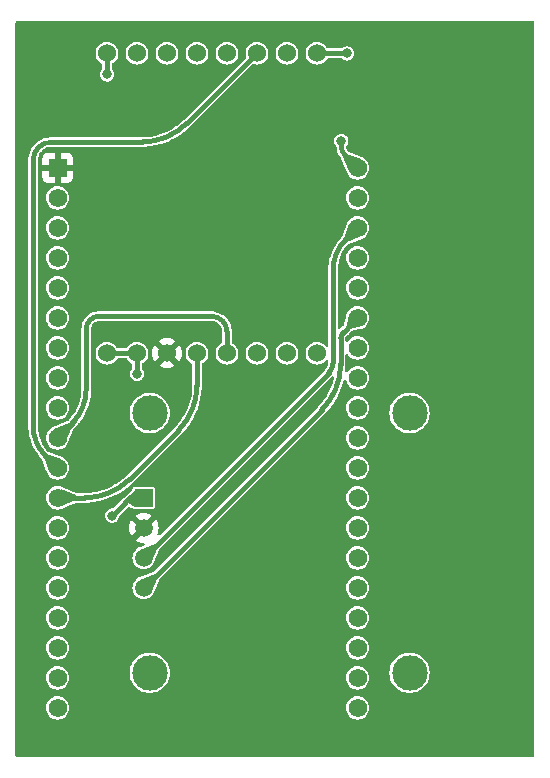
<source format=gbr>
%TF.GenerationSoftware,KiCad,Pcbnew,8.0.2-8.0.2-0~ubuntu20.04.1*%
%TF.CreationDate,2024-10-24T00:08:03+05:30*%
%TF.ProjectId,GroundStation,47726f75-6e64-4537-9461-74696f6e2e6b,rev?*%
%TF.SameCoordinates,Original*%
%TF.FileFunction,Copper,L1,Top*%
%TF.FilePolarity,Positive*%
%FSLAX46Y46*%
G04 Gerber Fmt 4.6, Leading zero omitted, Abs format (unit mm)*
G04 Created by KiCad (PCBNEW 8.0.2-8.0.2-0~ubuntu20.04.1) date 2024-10-24 00:08:03*
%MOMM*%
%LPD*%
G01*
G04 APERTURE LIST*
%TA.AperFunction,ComponentPad*%
%ADD10C,1.524000*%
%TD*%
%TA.AperFunction,ComponentPad*%
%ADD11R,1.560000X1.560000*%
%TD*%
%TA.AperFunction,ComponentPad*%
%ADD12C,1.560000*%
%TD*%
%TA.AperFunction,ComponentPad*%
%ADD13R,1.508000X1.508000*%
%TD*%
%TA.AperFunction,ComponentPad*%
%ADD14C,1.508000*%
%TD*%
%TA.AperFunction,ComponentPad*%
%ADD15C,3.000000*%
%TD*%
%TA.AperFunction,ViaPad*%
%ADD16C,0.800000*%
%TD*%
%TA.AperFunction,Conductor*%
%ADD17C,0.400000*%
%TD*%
%TA.AperFunction,Conductor*%
%ADD18C,0.200000*%
%TD*%
G04 APERTURE END LIST*
D10*
%TO.P,U2,16,GND*%
%TO.N,GND*%
X114470000Y-54780000D03*
%TO.P,U2,15,NSS*%
%TO.N,NSS*%
X111930000Y-54780000D03*
%TO.P,U2,14,MOSI*%
%TO.N,MOSI*%
X109390000Y-54780000D03*
%TO.P,U2,13,MISO*%
%TO.N,MISO*%
X106850000Y-54780000D03*
%TO.P,U2,12,SCK*%
%TO.N,SCK*%
X104310000Y-54780000D03*
%TO.P,U2,11,DI05*%
%TO.N,unconnected-(U2-DI05-Pad11)*%
X101770000Y-54780000D03*
%TO.P,U2,10,DI04*%
%TO.N,unconnected-(U2-DI04-Pad10)*%
X99230000Y-54780000D03*
%TO.P,U2,9,GND*%
%TO.N,GND*%
X96690000Y-54780000D03*
%TO.P,U2,8,DI03*%
%TO.N,unconnected-(U2-DI03-Pad8)*%
X114470000Y-80180000D03*
%TO.P,U2,7,DI02*%
%TO.N,unconnected-(U2-DI02-Pad7)*%
X111930000Y-80180000D03*
%TO.P,U2,6,DI01*%
%TO.N,DI01*%
X109390000Y-80180000D03*
%TO.P,U2,5,DI00*%
%TO.N,DI00*%
X106850000Y-80180000D03*
%TO.P,U2,4,RESET*%
%TO.N,RESET*%
X104310000Y-80180000D03*
%TO.P,U2,3,3.3V*%
%TO.N,+3V3*%
X101770000Y-80180000D03*
%TO.P,U2,2,GND*%
%TO.N,GND*%
X99230000Y-80180000D03*
%TO.P,U2,1,GND*%
X96690000Y-80180000D03*
%TD*%
D11*
%TO.P,U1,J2-1,3V3*%
%TO.N,+3V3*%
X92504000Y-64490000D03*
D12*
%TO.P,U1,J2-2,EN*%
%TO.N,unconnected-(U1-EN-PadJ2-2)*%
X92504000Y-67030000D03*
%TO.P,U1,J2-3,SENSOR_VP*%
%TO.N,unconnected-(U1-SENSOR_VP-PadJ2-3)*%
X92504000Y-69570000D03*
%TO.P,U1,J2-4,SENSOR_VN*%
%TO.N,unconnected-(U1-SENSOR_VN-PadJ2-4)*%
X92504000Y-72110000D03*
%TO.P,U1,J2-5,IO34*%
%TO.N,unconnected-(U1-IO34-PadJ2-5)*%
X92504000Y-74650000D03*
%TO.P,U1,J2-6,IO35*%
%TO.N,unconnected-(U1-IO35-PadJ2-6)*%
X92504000Y-77190000D03*
%TO.P,U1,J2-7,IO32*%
%TO.N,unconnected-(U1-IO32-PadJ2-7)*%
X92504000Y-79730000D03*
%TO.P,U1,J2-8,IO33*%
%TO.N,DI01*%
X92504000Y-82270000D03*
%TO.P,U1,J2-9,IO25*%
%TO.N,unconnected-(U1-IO25-PadJ2-9)*%
X92504000Y-84810000D03*
%TO.P,U1,J2-10,IO26*%
%TO.N,DI00*%
X92504000Y-87350000D03*
%TO.P,U1,J2-11,IO27*%
%TO.N,MOSI*%
X92504000Y-89890000D03*
%TO.P,U1,J2-12,IO14*%
%TO.N,RESET*%
X92504000Y-92430000D03*
%TO.P,U1,J2-13,IO12*%
%TO.N,unconnected-(U1-IO12-PadJ2-13)*%
X92504000Y-94970000D03*
%TO.P,U1,J2-14,GND1*%
%TO.N,unconnected-(U1-GND1-PadJ2-14)*%
X92504000Y-97510000D03*
%TO.P,U1,J2-15,IO13*%
%TO.N,unconnected-(U1-IO13-PadJ2-15)*%
X92504000Y-100050000D03*
%TO.P,U1,J2-16,SD2*%
%TO.N,unconnected-(U1-SD2-PadJ2-16)*%
X92504000Y-102590000D03*
%TO.P,U1,J2-17,SD3*%
%TO.N,unconnected-(U1-SD3-PadJ2-17)*%
X92504000Y-105130000D03*
%TO.P,U1,J2-18,CMD*%
%TO.N,unconnected-(U1-CMD-PadJ2-18)*%
X92504000Y-107670000D03*
%TO.P,U1,J2-19,EXT_5V*%
%TO.N,unconnected-(U1-EXT_5V-PadJ2-19)*%
X92504000Y-110210000D03*
%TO.P,U1,J3-1,GND3*%
%TO.N,GND*%
X117904000Y-64490000D03*
%TO.P,U1,J3-2,IO23*%
%TO.N,unconnected-(U1-IO23-PadJ3-2)*%
X117904000Y-67030000D03*
%TO.P,U1,J3-3,IO22*%
%TO.N,SCL*%
X117904000Y-69570000D03*
%TO.P,U1,J3-4,TXD0*%
%TO.N,unconnected-(U1-TXD0-PadJ3-4)*%
X117904000Y-72110000D03*
%TO.P,U1,J3-5,RXD0*%
%TO.N,unconnected-(U1-RXD0-PadJ3-5)*%
X117904000Y-74650000D03*
%TO.P,U1,J3-6,IO21*%
%TO.N,SDA*%
X117904000Y-77190000D03*
%TO.P,U1,J3-7,GND2*%
%TO.N,unconnected-(U1-GND2-PadJ3-7)*%
X117904000Y-79730000D03*
%TO.P,U1,J3-8,IO19*%
%TO.N,MISO*%
X117904000Y-82270000D03*
%TO.P,U1,J3-9,IO18*%
%TO.N,NSS*%
X117904000Y-84810000D03*
%TO.P,U1,J3-10,IO5*%
%TO.N,SCK*%
X117904000Y-87350000D03*
%TO.P,U1,J3-11,IO17*%
%TO.N,unconnected-(U1-IO17-PadJ3-11)*%
X117904000Y-89890000D03*
%TO.P,U1,J3-12,IO16*%
%TO.N,unconnected-(U1-IO16-PadJ3-12)*%
X117904000Y-92430000D03*
%TO.P,U1,J3-13,IO4*%
%TO.N,unconnected-(U1-IO4-PadJ3-13)*%
X117904000Y-94970000D03*
%TO.P,U1,J3-14,IO0*%
%TO.N,unconnected-(U1-IO0-PadJ3-14)*%
X117904000Y-97510000D03*
%TO.P,U1,J3-15,IO2*%
%TO.N,unconnected-(U1-IO2-PadJ3-15)*%
X117904000Y-100050000D03*
%TO.P,U1,J3-16,IO15*%
%TO.N,unconnected-(U1-IO15-PadJ3-16)*%
X117904000Y-102590000D03*
%TO.P,U1,J3-17,SD1*%
%TO.N,unconnected-(U1-SD1-PadJ3-17)*%
X117904000Y-105130000D03*
%TO.P,U1,J3-18,SD0*%
%TO.N,unconnected-(U1-SD0-PadJ3-18)*%
X117904000Y-107670000D03*
%TO.P,U1,J3-19,CLK*%
%TO.N,unconnected-(U1-CLK-PadJ3-19)*%
X117904000Y-110210000D03*
%TD*%
D13*
%TO.P,U3,1,GND*%
%TO.N,GND*%
X99802500Y-92430000D03*
D14*
%TO.P,U3,2,VCC_IN*%
%TO.N,+3V3*%
X99802500Y-94970000D03*
%TO.P,U3,3,SCL*%
%TO.N,SCL*%
X99802500Y-97510000D03*
%TO.P,U3,4,SDA*%
%TO.N,SDA*%
X99802500Y-100050000D03*
D15*
%TO.P,U3,S1*%
%TO.N,N/C*%
X100302500Y-85240000D03*
%TO.P,U3,S2*%
X100302500Y-107240000D03*
%TO.P,U3,S3*%
X122302500Y-107240000D03*
%TO.P,U3,S4*%
X122302500Y-85240000D03*
%TD*%
D16*
%TO.N,GND*%
X96690000Y-56580000D03*
X116530000Y-62200000D03*
X117010000Y-54800000D03*
X97130000Y-93930000D03*
X99240000Y-81920000D03*
%TO.N,+3V3*%
X94910000Y-64340000D03*
%TD*%
D17*
%TO.N,MOSI*%
X90890000Y-62750000D02*
G75*
G03*
X90439998Y-63836396I1086400J-1086400D01*
G01*
X91976396Y-62300000D02*
G75*
G03*
X90890001Y-62750001I4J-1536400D01*
G01*
X90440000Y-86366531D02*
G75*
G03*
X91472009Y-88857991I3523500J31D01*
G01*
%TO.N,SDA*%
X116713375Y-78380625D02*
X116669125Y-78424875D01*
X117089500Y-78004500D02*
X117001000Y-78093000D01*
X117244375Y-77849625D02*
X117111625Y-77982375D01*
X117709000Y-77385000D02*
X117355000Y-77739000D01*
X116824000Y-78270000D02*
X116735500Y-78358500D01*
X116912500Y-78181500D02*
X116824000Y-78270000D01*
X117001000Y-78093000D02*
X116912500Y-78181500D01*
%TO.N,MOSI*%
X103463792Y-60706207D02*
G75*
G02*
X99616036Y-62300010I-3847792J3847807D01*
G01*
X103463792Y-60706207D02*
X109390000Y-54780000D01*
X99616036Y-62300000D02*
X91976396Y-62300000D01*
X91472000Y-88858000D02*
X92504000Y-89890000D01*
X90440000Y-63836396D02*
X90440000Y-86366531D01*
%TO.N,DI00*%
X106850000Y-78364472D02*
G75*
G03*
X106464992Y-77435008I-1314500J-28D01*
G01*
X95250000Y-77370000D02*
G75*
G03*
X94930020Y-78142548I772500J-772500D01*
G01*
X94930000Y-83208558D02*
G75*
G02*
X93717033Y-86137033I-4141500J-42D01*
G01*
X95250000Y-77370000D02*
G75*
G02*
X96022548Y-77050020I772500J-772500D01*
G01*
X105535527Y-77050000D02*
G75*
G02*
X106464992Y-77435008I-27J-1314500D01*
G01*
%TO.N,SDA*%
X117244375Y-77849625D02*
X117355000Y-77739000D01*
X116713375Y-78380625D02*
X116735500Y-78358500D01*
%TO.N,DI00*%
X105535527Y-77050000D02*
X96022548Y-77050000D01*
X106850000Y-78364472D02*
X106850000Y-80180000D01*
X93717000Y-86137000D02*
X92504000Y-87350000D01*
X94930000Y-78142548D02*
X94930000Y-83208558D01*
D18*
%TO.N,+3V3*%
X94835000Y-64415000D02*
G75*
G02*
X94653933Y-64490014I-181100J181100D01*
G01*
D17*
%TO.N,SDA*%
X117089500Y-78004500D02*
X117111625Y-77982375D01*
%TO.N,DI00*%
X92706939Y-87147060D02*
X93918000Y-85936000D01*
%TO.N,SDA*%
X116647000Y-78447000D02*
X116669125Y-78424875D01*
X117709000Y-77385000D02*
X117904000Y-77190000D01*
X114876207Y-84976292D02*
X99802500Y-100050000D01*
X116470000Y-78874315D02*
X116470000Y-81128536D01*
X116470000Y-81128536D02*
G75*
G02*
X114876200Y-84976285I-5441600J36D01*
G01*
X116647000Y-78447000D02*
G75*
G03*
X116470007Y-78874315I427300J-427300D01*
G01*
%TO.N,DI00*%
X92679000Y-86776000D02*
X92854000Y-86776000D01*
D18*
X92504000Y-87063000D02*
X92504000Y-86951000D01*
D17*
X92504000Y-86951000D02*
G75*
G02*
X92679000Y-86776000I175000J0D01*
G01*
D18*
X92504000Y-87063000D02*
G75*
G03*
X92706964Y-87147085I118900J0D01*
G01*
D17*
%TO.N,RESET*%
X94776036Y-92430000D02*
X92504000Y-92430000D01*
X102716207Y-86743792D02*
X98623792Y-90836207D01*
X104310000Y-82896036D02*
X104310000Y-80180000D01*
X102716207Y-86743792D02*
G75*
G03*
X104310010Y-82896036I-3847807J3847792D01*
G01*
X98623792Y-90836207D02*
G75*
G02*
X94776036Y-92430010I-3847792J3847807D01*
G01*
%TO.N,GND*%
X99230000Y-80180000D02*
X96690000Y-80180000D01*
X116853854Y-63439854D02*
X117904000Y-64490000D01*
D18*
X116530000Y-62200000D02*
X116530000Y-62270000D01*
D17*
X116975857Y-54780000D02*
X114470000Y-54780000D01*
D18*
X117000000Y-54790000D02*
X117010000Y-54800000D01*
X99240000Y-81920000D02*
X99220000Y-81760000D01*
D17*
X99216250Y-92430000D02*
X99802500Y-92430000D01*
D18*
X99240000Y-81920000D02*
X99235000Y-81835000D01*
D17*
X97130000Y-93930000D02*
X98215458Y-92844541D01*
X116530000Y-62658000D02*
X116530000Y-62200000D01*
X99230000Y-80180000D02*
X99230000Y-81664853D01*
X96690000Y-56580000D02*
X96690000Y-54780000D01*
X99235000Y-81835000D02*
G75*
G02*
X99230002Y-81664853I2891900J170100D01*
G01*
D18*
X117000000Y-54790000D02*
G75*
G03*
X116975857Y-54780017I-24100J-24100D01*
G01*
D17*
X98215458Y-92844541D02*
G75*
G02*
X99216250Y-92430025I1000742J-1000759D01*
G01*
X116530000Y-62658000D02*
G75*
G03*
X116853856Y-63439852I1105700J0D01*
G01*
D18*
%TO.N,+3V3*%
X94835000Y-64415000D02*
X94910000Y-64340000D01*
D17*
X94653933Y-64490000D02*
X92504000Y-64490000D01*
%TO.N,SCL*%
X115450640Y-81861859D02*
X99802500Y-97510000D01*
X116872000Y-70602000D02*
X117904000Y-69570000D01*
X115840000Y-80921861D02*
X115840000Y-73093468D01*
X115450640Y-81861859D02*
G75*
G03*
X115839960Y-80921861I-940040J939959D01*
G01*
X116872000Y-70602000D02*
G75*
G03*
X115839987Y-73093468I2491500J-2491500D01*
G01*
%TD*%
%TA.AperFunction,Conductor*%
%TO.N,+3V3*%
G36*
X132822539Y-52080185D02*
G01*
X132868294Y-52132989D01*
X132879500Y-52184500D01*
X132879500Y-114255500D01*
X132859815Y-114322539D01*
X132807011Y-114368294D01*
X132755500Y-114379500D01*
X89064500Y-114379500D01*
X88997461Y-114359815D01*
X88951706Y-114307011D01*
X88940500Y-114255500D01*
X88940500Y-110210000D01*
X91518756Y-110210000D01*
X91537686Y-110402210D01*
X91537687Y-110402212D01*
X91593753Y-110587037D01*
X91684800Y-110757372D01*
X91684802Y-110757374D01*
X91807326Y-110906673D01*
X91897507Y-110980681D01*
X91956628Y-111029200D01*
X92126963Y-111120247D01*
X92311788Y-111176313D01*
X92504000Y-111195244D01*
X92696212Y-111176313D01*
X92881037Y-111120247D01*
X93051372Y-111029200D01*
X93200673Y-110906673D01*
X93323200Y-110757372D01*
X93414247Y-110587037D01*
X93470313Y-110402212D01*
X93489244Y-110210000D01*
X116918756Y-110210000D01*
X116937686Y-110402210D01*
X116937687Y-110402212D01*
X116993753Y-110587037D01*
X117084800Y-110757372D01*
X117084802Y-110757374D01*
X117207326Y-110906673D01*
X117297507Y-110980681D01*
X117356628Y-111029200D01*
X117526963Y-111120247D01*
X117711788Y-111176313D01*
X117904000Y-111195244D01*
X118096212Y-111176313D01*
X118281037Y-111120247D01*
X118451372Y-111029200D01*
X118600673Y-110906673D01*
X118723200Y-110757372D01*
X118814247Y-110587037D01*
X118870313Y-110402212D01*
X118889244Y-110210000D01*
X118870313Y-110017788D01*
X118814247Y-109832963D01*
X118723200Y-109662628D01*
X118674681Y-109603507D01*
X118600673Y-109513326D01*
X118451374Y-109390802D01*
X118451375Y-109390802D01*
X118451372Y-109390800D01*
X118281037Y-109299753D01*
X118188624Y-109271720D01*
X118096210Y-109243686D01*
X117904000Y-109224756D01*
X117711789Y-109243686D01*
X117526960Y-109299754D01*
X117424154Y-109354706D01*
X117356628Y-109390800D01*
X117356626Y-109390801D01*
X117356625Y-109390802D01*
X117207326Y-109513326D01*
X117084802Y-109662625D01*
X116993754Y-109832960D01*
X116937686Y-110017789D01*
X116918756Y-110210000D01*
X93489244Y-110210000D01*
X93470313Y-110017788D01*
X93414247Y-109832963D01*
X93323200Y-109662628D01*
X93274681Y-109603507D01*
X93200673Y-109513326D01*
X93051374Y-109390802D01*
X93051375Y-109390802D01*
X93051372Y-109390800D01*
X92881037Y-109299753D01*
X92788624Y-109271720D01*
X92696210Y-109243686D01*
X92504000Y-109224756D01*
X92311789Y-109243686D01*
X92126960Y-109299754D01*
X92024154Y-109354706D01*
X91956628Y-109390800D01*
X91956626Y-109390801D01*
X91956625Y-109390802D01*
X91807326Y-109513326D01*
X91684802Y-109662625D01*
X91593754Y-109832960D01*
X91537686Y-110017789D01*
X91518756Y-110210000D01*
X88940500Y-110210000D01*
X88940500Y-107670000D01*
X91518756Y-107670000D01*
X91537686Y-107862210D01*
X91537687Y-107862212D01*
X91593753Y-108047037D01*
X91684800Y-108217372D01*
X91684802Y-108217374D01*
X91807326Y-108366673D01*
X91897507Y-108440681D01*
X91956628Y-108489200D01*
X92126963Y-108580247D01*
X92311788Y-108636313D01*
X92504000Y-108655244D01*
X92696212Y-108636313D01*
X92881037Y-108580247D01*
X93051372Y-108489200D01*
X93200673Y-108366673D01*
X93323200Y-108217372D01*
X93414247Y-108047037D01*
X93470313Y-107862212D01*
X93489244Y-107670000D01*
X93470313Y-107477788D01*
X93414247Y-107292963D01*
X93385935Y-107239995D01*
X98597232Y-107239995D01*
X98597232Y-107240004D01*
X98616277Y-107494154D01*
X98616278Y-107494157D01*
X98672992Y-107742637D01*
X98766107Y-107979888D01*
X98893541Y-108200612D01*
X99052450Y-108399877D01*
X99239283Y-108573232D01*
X99449866Y-108716805D01*
X99449871Y-108716807D01*
X99449872Y-108716808D01*
X99449873Y-108716809D01*
X99571828Y-108775538D01*
X99679492Y-108827387D01*
X99679493Y-108827387D01*
X99679496Y-108827389D01*
X99923042Y-108902513D01*
X100175065Y-108940500D01*
X100429935Y-108940500D01*
X100681958Y-108902513D01*
X100925504Y-108827389D01*
X101155134Y-108716805D01*
X101365717Y-108573232D01*
X101552550Y-108399877D01*
X101711459Y-108200612D01*
X101838893Y-107979888D01*
X101932008Y-107742637D01*
X101948587Y-107670000D01*
X116918756Y-107670000D01*
X116937686Y-107862210D01*
X116937687Y-107862212D01*
X116993753Y-108047037D01*
X117084800Y-108217372D01*
X117084802Y-108217374D01*
X117207326Y-108366673D01*
X117297507Y-108440681D01*
X117356628Y-108489200D01*
X117526963Y-108580247D01*
X117711788Y-108636313D01*
X117904000Y-108655244D01*
X118096212Y-108636313D01*
X118281037Y-108580247D01*
X118451372Y-108489200D01*
X118600673Y-108366673D01*
X118723200Y-108217372D01*
X118814247Y-108047037D01*
X118870313Y-107862212D01*
X118889244Y-107670000D01*
X118870313Y-107477788D01*
X118814247Y-107292963D01*
X118785935Y-107239995D01*
X120597232Y-107239995D01*
X120597232Y-107240004D01*
X120616277Y-107494154D01*
X120616278Y-107494157D01*
X120672992Y-107742637D01*
X120766107Y-107979888D01*
X120893541Y-108200612D01*
X121052450Y-108399877D01*
X121239283Y-108573232D01*
X121449866Y-108716805D01*
X121449871Y-108716807D01*
X121449872Y-108716808D01*
X121449873Y-108716809D01*
X121571828Y-108775538D01*
X121679492Y-108827387D01*
X121679493Y-108827387D01*
X121679496Y-108827389D01*
X121923042Y-108902513D01*
X122175065Y-108940500D01*
X122429935Y-108940500D01*
X122681958Y-108902513D01*
X122925504Y-108827389D01*
X123155134Y-108716805D01*
X123365717Y-108573232D01*
X123552550Y-108399877D01*
X123711459Y-108200612D01*
X123838893Y-107979888D01*
X123932008Y-107742637D01*
X123988722Y-107494157D01*
X124007768Y-107240000D01*
X123998972Y-107122628D01*
X123988722Y-106985845D01*
X123957899Y-106850802D01*
X123932008Y-106737363D01*
X123838893Y-106500112D01*
X123711459Y-106279388D01*
X123552550Y-106080123D01*
X123365717Y-105906768D01*
X123155134Y-105763195D01*
X123155130Y-105763193D01*
X123155127Y-105763191D01*
X123155126Y-105763190D01*
X122925506Y-105652612D01*
X122925508Y-105652612D01*
X122681966Y-105577489D01*
X122681962Y-105577488D01*
X122681958Y-105577487D01*
X122560731Y-105559214D01*
X122429940Y-105539500D01*
X122429935Y-105539500D01*
X122175065Y-105539500D01*
X122175059Y-105539500D01*
X122018109Y-105563157D01*
X121923042Y-105577487D01*
X121923039Y-105577488D01*
X121923033Y-105577489D01*
X121679492Y-105652612D01*
X121449873Y-105763190D01*
X121449872Y-105763191D01*
X121239282Y-105906768D01*
X121052452Y-106080121D01*
X121052450Y-106080123D01*
X120893541Y-106279388D01*
X120766108Y-106500109D01*
X120672992Y-106737362D01*
X120672990Y-106737369D01*
X120616277Y-106985845D01*
X120597232Y-107239995D01*
X118785935Y-107239995D01*
X118723200Y-107122628D01*
X118674681Y-107063507D01*
X118600673Y-106973326D01*
X118451374Y-106850802D01*
X118451375Y-106850802D01*
X118451372Y-106850800D01*
X118281037Y-106759753D01*
X118188624Y-106731720D01*
X118096210Y-106703686D01*
X117904000Y-106684756D01*
X117711789Y-106703686D01*
X117526960Y-106759754D01*
X117424154Y-106814706D01*
X117356628Y-106850800D01*
X117356626Y-106850801D01*
X117356625Y-106850802D01*
X117207326Y-106973326D01*
X117084802Y-107122625D01*
X116993754Y-107292960D01*
X116937686Y-107477789D01*
X116918756Y-107670000D01*
X101948587Y-107670000D01*
X101988722Y-107494157D01*
X102007768Y-107240000D01*
X101998972Y-107122628D01*
X101988722Y-106985845D01*
X101957899Y-106850802D01*
X101932008Y-106737363D01*
X101838893Y-106500112D01*
X101711459Y-106279388D01*
X101552550Y-106080123D01*
X101365717Y-105906768D01*
X101155134Y-105763195D01*
X101155130Y-105763193D01*
X101155127Y-105763191D01*
X101155126Y-105763190D01*
X100925506Y-105652612D01*
X100925508Y-105652612D01*
X100681966Y-105577489D01*
X100681962Y-105577488D01*
X100681958Y-105577487D01*
X100560731Y-105559214D01*
X100429940Y-105539500D01*
X100429935Y-105539500D01*
X100175065Y-105539500D01*
X100175059Y-105539500D01*
X100018109Y-105563157D01*
X99923042Y-105577487D01*
X99923039Y-105577488D01*
X99923033Y-105577489D01*
X99679492Y-105652612D01*
X99449873Y-105763190D01*
X99449872Y-105763191D01*
X99239282Y-105906768D01*
X99052452Y-106080121D01*
X99052450Y-106080123D01*
X98893541Y-106279388D01*
X98766108Y-106500109D01*
X98672992Y-106737362D01*
X98672990Y-106737369D01*
X98616277Y-106985845D01*
X98597232Y-107239995D01*
X93385935Y-107239995D01*
X93323200Y-107122628D01*
X93274681Y-107063507D01*
X93200673Y-106973326D01*
X93051374Y-106850802D01*
X93051375Y-106850802D01*
X93051372Y-106850800D01*
X92881037Y-106759753D01*
X92788624Y-106731720D01*
X92696210Y-106703686D01*
X92504000Y-106684756D01*
X92311789Y-106703686D01*
X92126960Y-106759754D01*
X92024154Y-106814706D01*
X91956628Y-106850800D01*
X91956626Y-106850801D01*
X91956625Y-106850802D01*
X91807326Y-106973326D01*
X91684802Y-107122625D01*
X91593754Y-107292960D01*
X91537686Y-107477789D01*
X91518756Y-107670000D01*
X88940500Y-107670000D01*
X88940500Y-105130000D01*
X91518756Y-105130000D01*
X91537686Y-105322210D01*
X91537687Y-105322212D01*
X91593753Y-105507037D01*
X91684800Y-105677372D01*
X91684802Y-105677374D01*
X91807326Y-105826673D01*
X91897507Y-105900681D01*
X91956628Y-105949200D01*
X92126963Y-106040247D01*
X92311788Y-106096313D01*
X92504000Y-106115244D01*
X92696212Y-106096313D01*
X92881037Y-106040247D01*
X93051372Y-105949200D01*
X93200673Y-105826673D01*
X93323200Y-105677372D01*
X93414247Y-105507037D01*
X93470313Y-105322212D01*
X93489244Y-105130000D01*
X116918756Y-105130000D01*
X116937686Y-105322210D01*
X116937687Y-105322212D01*
X116993753Y-105507037D01*
X117084800Y-105677372D01*
X117084802Y-105677374D01*
X117207326Y-105826673D01*
X117297507Y-105900681D01*
X117356628Y-105949200D01*
X117526963Y-106040247D01*
X117711788Y-106096313D01*
X117904000Y-106115244D01*
X118096212Y-106096313D01*
X118281037Y-106040247D01*
X118451372Y-105949200D01*
X118600673Y-105826673D01*
X118723200Y-105677372D01*
X118814247Y-105507037D01*
X118870313Y-105322212D01*
X118889244Y-105130000D01*
X118870313Y-104937788D01*
X118814247Y-104752963D01*
X118723200Y-104582628D01*
X118674681Y-104523507D01*
X118600673Y-104433326D01*
X118451374Y-104310802D01*
X118451375Y-104310802D01*
X118451372Y-104310800D01*
X118281037Y-104219753D01*
X118188624Y-104191720D01*
X118096210Y-104163686D01*
X117904000Y-104144756D01*
X117711789Y-104163686D01*
X117526960Y-104219754D01*
X117424154Y-104274706D01*
X117356628Y-104310800D01*
X117356626Y-104310801D01*
X117356625Y-104310802D01*
X117207326Y-104433326D01*
X117084802Y-104582625D01*
X116993754Y-104752960D01*
X116937686Y-104937789D01*
X116918756Y-105130000D01*
X93489244Y-105130000D01*
X93470313Y-104937788D01*
X93414247Y-104752963D01*
X93323200Y-104582628D01*
X93274681Y-104523507D01*
X93200673Y-104433326D01*
X93051374Y-104310802D01*
X93051375Y-104310802D01*
X93051372Y-104310800D01*
X92881037Y-104219753D01*
X92788624Y-104191720D01*
X92696210Y-104163686D01*
X92504000Y-104144756D01*
X92311789Y-104163686D01*
X92126960Y-104219754D01*
X92024154Y-104274706D01*
X91956628Y-104310800D01*
X91956626Y-104310801D01*
X91956625Y-104310802D01*
X91807326Y-104433326D01*
X91684802Y-104582625D01*
X91593754Y-104752960D01*
X91537686Y-104937789D01*
X91518756Y-105130000D01*
X88940500Y-105130000D01*
X88940500Y-102590000D01*
X91518756Y-102590000D01*
X91537686Y-102782210D01*
X91537687Y-102782212D01*
X91593753Y-102967037D01*
X91684800Y-103137372D01*
X91684802Y-103137374D01*
X91807326Y-103286673D01*
X91897507Y-103360681D01*
X91956628Y-103409200D01*
X92126963Y-103500247D01*
X92311788Y-103556313D01*
X92504000Y-103575244D01*
X92696212Y-103556313D01*
X92881037Y-103500247D01*
X93051372Y-103409200D01*
X93200673Y-103286673D01*
X93323200Y-103137372D01*
X93414247Y-102967037D01*
X93470313Y-102782212D01*
X93489244Y-102590000D01*
X116918756Y-102590000D01*
X116937686Y-102782210D01*
X116937687Y-102782212D01*
X116993753Y-102967037D01*
X117084800Y-103137372D01*
X117084802Y-103137374D01*
X117207326Y-103286673D01*
X117297507Y-103360681D01*
X117356628Y-103409200D01*
X117526963Y-103500247D01*
X117711788Y-103556313D01*
X117904000Y-103575244D01*
X118096212Y-103556313D01*
X118281037Y-103500247D01*
X118451372Y-103409200D01*
X118600673Y-103286673D01*
X118723200Y-103137372D01*
X118814247Y-102967037D01*
X118870313Y-102782212D01*
X118889244Y-102590000D01*
X118870313Y-102397788D01*
X118814247Y-102212963D01*
X118723200Y-102042628D01*
X118674681Y-101983507D01*
X118600673Y-101893326D01*
X118451374Y-101770802D01*
X118451375Y-101770802D01*
X118451372Y-101770800D01*
X118281037Y-101679753D01*
X118188624Y-101651720D01*
X118096210Y-101623686D01*
X117904000Y-101604756D01*
X117711789Y-101623686D01*
X117526960Y-101679754D01*
X117424154Y-101734706D01*
X117356628Y-101770800D01*
X117356626Y-101770801D01*
X117356625Y-101770802D01*
X117207326Y-101893326D01*
X117084802Y-102042625D01*
X116993754Y-102212960D01*
X116937686Y-102397789D01*
X116918756Y-102590000D01*
X93489244Y-102590000D01*
X93470313Y-102397788D01*
X93414247Y-102212963D01*
X93323200Y-102042628D01*
X93274681Y-101983507D01*
X93200673Y-101893326D01*
X93051374Y-101770802D01*
X93051375Y-101770802D01*
X93051372Y-101770800D01*
X92881037Y-101679753D01*
X92788624Y-101651720D01*
X92696210Y-101623686D01*
X92504000Y-101604756D01*
X92311789Y-101623686D01*
X92126960Y-101679754D01*
X92024154Y-101734706D01*
X91956628Y-101770800D01*
X91956626Y-101770801D01*
X91956625Y-101770802D01*
X91807326Y-101893326D01*
X91684802Y-102042625D01*
X91593754Y-102212960D01*
X91537686Y-102397789D01*
X91518756Y-102590000D01*
X88940500Y-102590000D01*
X88940500Y-100050000D01*
X91518756Y-100050000D01*
X91537686Y-100242210D01*
X91537687Y-100242212D01*
X91593753Y-100427037D01*
X91684800Y-100597372D01*
X91684802Y-100597374D01*
X91807326Y-100746673D01*
X91897507Y-100820681D01*
X91956628Y-100869200D01*
X92126963Y-100960247D01*
X92311788Y-101016313D01*
X92504000Y-101035244D01*
X92696212Y-101016313D01*
X92881037Y-100960247D01*
X93051372Y-100869200D01*
X93200673Y-100746673D01*
X93323200Y-100597372D01*
X93414247Y-100427037D01*
X93470313Y-100242212D01*
X93489244Y-100050000D01*
X93470313Y-99857788D01*
X93414247Y-99672963D01*
X93323200Y-99502628D01*
X93274681Y-99443507D01*
X93200673Y-99353326D01*
X93051374Y-99230802D01*
X93051375Y-99230802D01*
X93051372Y-99230800D01*
X92881037Y-99139753D01*
X92788624Y-99111720D01*
X92696210Y-99083686D01*
X92504000Y-99064756D01*
X92311789Y-99083686D01*
X92126960Y-99139754D01*
X92081804Y-99163891D01*
X91956628Y-99230800D01*
X91956626Y-99230801D01*
X91956625Y-99230802D01*
X91807326Y-99353326D01*
X91684802Y-99502625D01*
X91684800Y-99502628D01*
X91677039Y-99517148D01*
X91593754Y-99672960D01*
X91537686Y-99857789D01*
X91518756Y-100050000D01*
X88940500Y-100050000D01*
X88940500Y-97510000D01*
X91518756Y-97510000D01*
X91537686Y-97702210D01*
X91537687Y-97702212D01*
X91593753Y-97887037D01*
X91684800Y-98057372D01*
X91684802Y-98057374D01*
X91807326Y-98206673D01*
X91897507Y-98280681D01*
X91956628Y-98329200D01*
X92126963Y-98420247D01*
X92311788Y-98476313D01*
X92504000Y-98495244D01*
X92696212Y-98476313D01*
X92881037Y-98420247D01*
X93051372Y-98329200D01*
X93200673Y-98206673D01*
X93323200Y-98057372D01*
X93414247Y-97887037D01*
X93470313Y-97702212D01*
X93489244Y-97510000D01*
X93470313Y-97317788D01*
X93414247Y-97132963D01*
X93323200Y-96962628D01*
X93274681Y-96903507D01*
X93200673Y-96813326D01*
X93051374Y-96690802D01*
X93051375Y-96690802D01*
X93051372Y-96690800D01*
X92881037Y-96599753D01*
X92788624Y-96571720D01*
X92696210Y-96543686D01*
X92504000Y-96524756D01*
X92311789Y-96543686D01*
X92126960Y-96599754D01*
X92081804Y-96623891D01*
X91956628Y-96690800D01*
X91956626Y-96690801D01*
X91956625Y-96690802D01*
X91807326Y-96813326D01*
X91684802Y-96962625D01*
X91684800Y-96962628D01*
X91677039Y-96977148D01*
X91593754Y-97132960D01*
X91537686Y-97317789D01*
X91518756Y-97510000D01*
X88940500Y-97510000D01*
X88940500Y-94970000D01*
X91518756Y-94970000D01*
X91537686Y-95162210D01*
X91537687Y-95162212D01*
X91593753Y-95347037D01*
X91684800Y-95517372D01*
X91684802Y-95517374D01*
X91807326Y-95666673D01*
X91897507Y-95740681D01*
X91956628Y-95789200D01*
X92126963Y-95880247D01*
X92311788Y-95936313D01*
X92504000Y-95955244D01*
X92696212Y-95936313D01*
X92881037Y-95880247D01*
X93051372Y-95789200D01*
X93200673Y-95666673D01*
X93323200Y-95517372D01*
X93414247Y-95347037D01*
X93470313Y-95162212D01*
X93489244Y-94970000D01*
X93489244Y-94969999D01*
X98543710Y-94969999D01*
X98543710Y-94970000D01*
X98562833Y-95188582D01*
X98562835Y-95188592D01*
X98619621Y-95400524D01*
X98619625Y-95400533D01*
X98712354Y-95599392D01*
X98756503Y-95662443D01*
X99319537Y-95099409D01*
X99336575Y-95162993D01*
X99402401Y-95277007D01*
X99495493Y-95370099D01*
X99609507Y-95435925D01*
X99673090Y-95452962D01*
X99110055Y-96015996D01*
X99173101Y-96060142D01*
X99173105Y-96060144D01*
X99371966Y-96152874D01*
X99371975Y-96152878D01*
X99583907Y-96209664D01*
X99583918Y-96209666D01*
X99776054Y-96226476D01*
X99841123Y-96251928D01*
X99882102Y-96308519D01*
X99885980Y-96378281D01*
X99851526Y-96439065D01*
X99813383Y-96464280D01*
X99442745Y-96620403D01*
X99435785Y-96623717D01*
X99269648Y-96712519D01*
X99269642Y-96712523D01*
X99124300Y-96831800D01*
X99005023Y-96977142D01*
X99005018Y-96977148D01*
X98916391Y-97142959D01*
X98861811Y-97322882D01*
X98861810Y-97322884D01*
X98843382Y-97510000D01*
X98861810Y-97697115D01*
X98861811Y-97697117D01*
X98916391Y-97877040D01*
X99005018Y-98042851D01*
X99005023Y-98042857D01*
X99124300Y-98188199D01*
X99269642Y-98307476D01*
X99269648Y-98307481D01*
X99435459Y-98396108D01*
X99435461Y-98396109D01*
X99615382Y-98450688D01*
X99615384Y-98450689D01*
X99632160Y-98452341D01*
X99802500Y-98469118D01*
X99989615Y-98450689D01*
X100169539Y-98396109D01*
X100230873Y-98363324D01*
X100335351Y-98307481D01*
X100335353Y-98307478D01*
X100335357Y-98307477D01*
X100480699Y-98188199D01*
X100599977Y-98042857D01*
X100688609Y-97877039D01*
X100688610Y-97877034D01*
X100688801Y-97876678D01*
X100692038Y-97869890D01*
X100692998Y-97867612D01*
X101179721Y-96712119D01*
X101206312Y-96672579D01*
X115684759Y-82194130D01*
X115684777Y-82194116D01*
X115693129Y-82185763D01*
X115693132Y-82185762D01*
X115697950Y-82180942D01*
X115698074Y-82180875D01*
X115729702Y-82149244D01*
X115791023Y-82115755D01*
X115860715Y-82120736D01*
X115916651Y-82162603D01*
X115941073Y-82228066D01*
X115939007Y-82261110D01*
X115931160Y-82300562D01*
X115928886Y-82310031D01*
X115824091Y-82681602D01*
X115821083Y-82690862D01*
X115687450Y-83053086D01*
X115683724Y-83062081D01*
X115522085Y-83412702D01*
X115517664Y-83421377D01*
X115329026Y-83758214D01*
X115323939Y-83766516D01*
X115109442Y-84087532D01*
X115103719Y-84095409D01*
X114864700Y-84398604D01*
X114858377Y-84406007D01*
X114594470Y-84691500D01*
X114591098Y-84695008D01*
X114555728Y-84730379D01*
X100639926Y-98646179D01*
X100600381Y-98672774D01*
X99442745Y-99160403D01*
X99435785Y-99163717D01*
X99269648Y-99252519D01*
X99269642Y-99252523D01*
X99124300Y-99371800D01*
X99005023Y-99517142D01*
X99005018Y-99517148D01*
X98916391Y-99682959D01*
X98861811Y-99862882D01*
X98861810Y-99862884D01*
X98843382Y-100050000D01*
X98861810Y-100237115D01*
X98861811Y-100237117D01*
X98916391Y-100417040D01*
X99005018Y-100582851D01*
X99005023Y-100582857D01*
X99124300Y-100728199D01*
X99269642Y-100847476D01*
X99269648Y-100847481D01*
X99435459Y-100936108D01*
X99435461Y-100936109D01*
X99615382Y-100990688D01*
X99615384Y-100990689D01*
X99632160Y-100992341D01*
X99802500Y-101009118D01*
X99989615Y-100990689D01*
X100169539Y-100936109D01*
X100230873Y-100903324D01*
X100335351Y-100847481D01*
X100335353Y-100847478D01*
X100335357Y-100847477D01*
X100480699Y-100728199D01*
X100599977Y-100582857D01*
X100688609Y-100417039D01*
X100688610Y-100417034D01*
X100688801Y-100416678D01*
X100692038Y-100409890D01*
X100692998Y-100407612D01*
X100843633Y-100050000D01*
X116918756Y-100050000D01*
X116937686Y-100242210D01*
X116937687Y-100242212D01*
X116993753Y-100427037D01*
X117084800Y-100597372D01*
X117084802Y-100597374D01*
X117207326Y-100746673D01*
X117297507Y-100820681D01*
X117356628Y-100869200D01*
X117526963Y-100960247D01*
X117711788Y-101016313D01*
X117904000Y-101035244D01*
X118096212Y-101016313D01*
X118281037Y-100960247D01*
X118451372Y-100869200D01*
X118600673Y-100746673D01*
X118723200Y-100597372D01*
X118814247Y-100427037D01*
X118870313Y-100242212D01*
X118889244Y-100050000D01*
X118870313Y-99857788D01*
X118814247Y-99672963D01*
X118723200Y-99502628D01*
X118674681Y-99443507D01*
X118600673Y-99353326D01*
X118451374Y-99230802D01*
X118451375Y-99230802D01*
X118451372Y-99230800D01*
X118281037Y-99139753D01*
X118188624Y-99111720D01*
X118096210Y-99083686D01*
X117904000Y-99064756D01*
X117711789Y-99083686D01*
X117526960Y-99139754D01*
X117481804Y-99163891D01*
X117356628Y-99230800D01*
X117356626Y-99230801D01*
X117356625Y-99230802D01*
X117207326Y-99353326D01*
X117084802Y-99502625D01*
X117084800Y-99502628D01*
X117077039Y-99517148D01*
X116993754Y-99672960D01*
X116937686Y-99857789D01*
X116918756Y-100050000D01*
X100843633Y-100050000D01*
X101179721Y-99252119D01*
X101206312Y-99212579D01*
X102908891Y-97510000D01*
X116918756Y-97510000D01*
X116937686Y-97702210D01*
X116937687Y-97702212D01*
X116993753Y-97887037D01*
X117084800Y-98057372D01*
X117084802Y-98057374D01*
X117207326Y-98206673D01*
X117297507Y-98280681D01*
X117356628Y-98329200D01*
X117526963Y-98420247D01*
X117711788Y-98476313D01*
X117904000Y-98495244D01*
X118096212Y-98476313D01*
X118281037Y-98420247D01*
X118451372Y-98329200D01*
X118600673Y-98206673D01*
X118723200Y-98057372D01*
X118814247Y-97887037D01*
X118870313Y-97702212D01*
X118889244Y-97510000D01*
X118870313Y-97317788D01*
X118814247Y-97132963D01*
X118723200Y-96962628D01*
X118674681Y-96903507D01*
X118600673Y-96813326D01*
X118451374Y-96690802D01*
X118451375Y-96690802D01*
X118451372Y-96690800D01*
X118281037Y-96599753D01*
X118188624Y-96571720D01*
X118096210Y-96543686D01*
X117904000Y-96524756D01*
X117711789Y-96543686D01*
X117526960Y-96599754D01*
X117481804Y-96623891D01*
X117356628Y-96690800D01*
X117356626Y-96690801D01*
X117356625Y-96690802D01*
X117207326Y-96813326D01*
X117084802Y-96962625D01*
X117084800Y-96962628D01*
X117077039Y-96977148D01*
X116993754Y-97132960D01*
X116937686Y-97317789D01*
X116918756Y-97510000D01*
X102908891Y-97510000D01*
X105448890Y-94970000D01*
X116918756Y-94970000D01*
X116937686Y-95162210D01*
X116937687Y-95162212D01*
X116993753Y-95347037D01*
X117084800Y-95517372D01*
X117084802Y-95517374D01*
X117207326Y-95666673D01*
X117297507Y-95740681D01*
X117356628Y-95789200D01*
X117526963Y-95880247D01*
X117711788Y-95936313D01*
X117904000Y-95955244D01*
X118096212Y-95936313D01*
X118281037Y-95880247D01*
X118451372Y-95789200D01*
X118600673Y-95666673D01*
X118723200Y-95517372D01*
X118814247Y-95347037D01*
X118870313Y-95162212D01*
X118889244Y-94970000D01*
X118870313Y-94777788D01*
X118814247Y-94592963D01*
X118723200Y-94422628D01*
X118604144Y-94277556D01*
X118600673Y-94273326D01*
X118451374Y-94150802D01*
X118451375Y-94150802D01*
X118451372Y-94150800D01*
X118281037Y-94059753D01*
X118188624Y-94031720D01*
X118096210Y-94003686D01*
X117904000Y-93984756D01*
X117711789Y-94003686D01*
X117526960Y-94059754D01*
X117476433Y-94086762D01*
X117356628Y-94150800D01*
X117356626Y-94150801D01*
X117356625Y-94150802D01*
X117207326Y-94273326D01*
X117084802Y-94422625D01*
X116993754Y-94592960D01*
X116937686Y-94777789D01*
X116918756Y-94970000D01*
X105448890Y-94970000D01*
X107988890Y-92430000D01*
X116918756Y-92430000D01*
X116937686Y-92622210D01*
X116937687Y-92622212D01*
X116993753Y-92807037D01*
X117084800Y-92977372D01*
X117084802Y-92977374D01*
X117207326Y-93126673D01*
X117248052Y-93160095D01*
X117356628Y-93249200D01*
X117526963Y-93340247D01*
X117711788Y-93396313D01*
X117904000Y-93415244D01*
X118096212Y-93396313D01*
X118281037Y-93340247D01*
X118451372Y-93249200D01*
X118600673Y-93126673D01*
X118723200Y-92977372D01*
X118814247Y-92807037D01*
X118870313Y-92622212D01*
X118889244Y-92430000D01*
X118870313Y-92237788D01*
X118814247Y-92052963D01*
X118723200Y-91882628D01*
X118642342Y-91784101D01*
X118600673Y-91733326D01*
X118451374Y-91610802D01*
X118451375Y-91610802D01*
X118451372Y-91610800D01*
X118281037Y-91519753D01*
X118156892Y-91482094D01*
X118096210Y-91463686D01*
X117904000Y-91444756D01*
X117711789Y-91463686D01*
X117526960Y-91519754D01*
X117505083Y-91531448D01*
X117356628Y-91610800D01*
X117356626Y-91610801D01*
X117356625Y-91610802D01*
X117207326Y-91733326D01*
X117084802Y-91882625D01*
X117084800Y-91882628D01*
X117080235Y-91891169D01*
X116993754Y-92052960D01*
X116937686Y-92237789D01*
X116918756Y-92430000D01*
X107988890Y-92430000D01*
X110528890Y-89890000D01*
X116918756Y-89890000D01*
X116937686Y-90082210D01*
X116937687Y-90082212D01*
X116993753Y-90267037D01*
X117084800Y-90437372D01*
X117084802Y-90437374D01*
X117207326Y-90586673D01*
X117297507Y-90660681D01*
X117356628Y-90709200D01*
X117526963Y-90800247D01*
X117711788Y-90856313D01*
X117904000Y-90875244D01*
X118096212Y-90856313D01*
X118281037Y-90800247D01*
X118451372Y-90709200D01*
X118600673Y-90586673D01*
X118723200Y-90437372D01*
X118814247Y-90267037D01*
X118870313Y-90082212D01*
X118889244Y-89890000D01*
X118870313Y-89697788D01*
X118814247Y-89512963D01*
X118723200Y-89342628D01*
X118674681Y-89283507D01*
X118600673Y-89193326D01*
X118451374Y-89070802D01*
X118451375Y-89070802D01*
X118451372Y-89070800D01*
X118281037Y-88979753D01*
X118188624Y-88951720D01*
X118096210Y-88923686D01*
X117904000Y-88904756D01*
X117711789Y-88923686D01*
X117549238Y-88972996D01*
X117526967Y-88979752D01*
X117526960Y-88979754D01*
X117451566Y-89020054D01*
X117356628Y-89070800D01*
X117356626Y-89070801D01*
X117356625Y-89070802D01*
X117207326Y-89193326D01*
X117084802Y-89342625D01*
X116993754Y-89512960D01*
X116937686Y-89697789D01*
X116918756Y-89890000D01*
X110528890Y-89890000D01*
X113068890Y-87350000D01*
X116918756Y-87350000D01*
X116937686Y-87542210D01*
X116945251Y-87567147D01*
X116993753Y-87727037D01*
X117084800Y-87897372D01*
X117084802Y-87897374D01*
X117207326Y-88046673D01*
X117297507Y-88120681D01*
X117356628Y-88169200D01*
X117526963Y-88260247D01*
X117711788Y-88316313D01*
X117904000Y-88335244D01*
X118096212Y-88316313D01*
X118281037Y-88260247D01*
X118451372Y-88169200D01*
X118600673Y-88046673D01*
X118723200Y-87897372D01*
X118814247Y-87727037D01*
X118870313Y-87542212D01*
X118889244Y-87350000D01*
X118870313Y-87157788D01*
X118814247Y-86972963D01*
X118723200Y-86802628D01*
X118652768Y-86716805D01*
X118600673Y-86653326D01*
X118459976Y-86537861D01*
X118451372Y-86530800D01*
X118281037Y-86439753D01*
X118149587Y-86399878D01*
X118096210Y-86383686D01*
X117904000Y-86364756D01*
X117711789Y-86383686D01*
X117548097Y-86433341D01*
X117526967Y-86439752D01*
X117526960Y-86439754D01*
X117460368Y-86475349D01*
X117356628Y-86530800D01*
X117356626Y-86530801D01*
X117356625Y-86530802D01*
X117207326Y-86653326D01*
X117084802Y-86802625D01*
X116993754Y-86972960D01*
X116993753Y-86972962D01*
X116993753Y-86972963D01*
X116991103Y-86981698D01*
X116937686Y-87157789D01*
X116918756Y-87350000D01*
X113068890Y-87350000D01*
X115119103Y-85299787D01*
X115159404Y-85259488D01*
X115159403Y-85259487D01*
X115195719Y-85223173D01*
X115195728Y-85223163D01*
X115202681Y-85216210D01*
X115202780Y-85216095D01*
X115321702Y-85097175D01*
X115566973Y-84810000D01*
X116918756Y-84810000D01*
X116937686Y-85002210D01*
X116937687Y-85002212D01*
X116993019Y-85184618D01*
X116993754Y-85187039D01*
X117000039Y-85198798D01*
X117084800Y-85357372D01*
X117117145Y-85396785D01*
X117207326Y-85506673D01*
X117297507Y-85580681D01*
X117356628Y-85629200D01*
X117526963Y-85720247D01*
X117711788Y-85776313D01*
X117904000Y-85795244D01*
X118096212Y-85776313D01*
X118281037Y-85720247D01*
X118451372Y-85629200D01*
X118600673Y-85506673D01*
X118723200Y-85357372D01*
X118785940Y-85239995D01*
X120597232Y-85239995D01*
X120597232Y-85240004D01*
X120616277Y-85494154D01*
X120667881Y-85720247D01*
X120672992Y-85742637D01*
X120766107Y-85979888D01*
X120893541Y-86200612D01*
X121052450Y-86399877D01*
X121239283Y-86573232D01*
X121449866Y-86716805D01*
X121449871Y-86716807D01*
X121449872Y-86716808D01*
X121449873Y-86716809D01*
X121571828Y-86775538D01*
X121679492Y-86827387D01*
X121679493Y-86827387D01*
X121679496Y-86827389D01*
X121923042Y-86902513D01*
X122175065Y-86940500D01*
X122429935Y-86940500D01*
X122681958Y-86902513D01*
X122925504Y-86827389D01*
X123155134Y-86716805D01*
X123365717Y-86573232D01*
X123552550Y-86399877D01*
X123711459Y-86200612D01*
X123838893Y-85979888D01*
X123932008Y-85742637D01*
X123988722Y-85494157D01*
X123998972Y-85357372D01*
X124007768Y-85240004D01*
X124007768Y-85239995D01*
X123989949Y-85002212D01*
X123988722Y-84985843D01*
X123932008Y-84737363D01*
X123838893Y-84500112D01*
X123711459Y-84279388D01*
X123552550Y-84080123D01*
X123365717Y-83906768D01*
X123155134Y-83763195D01*
X123155130Y-83763193D01*
X123155127Y-83763191D01*
X123155126Y-83763190D01*
X122925506Y-83652612D01*
X122925508Y-83652612D01*
X122681966Y-83577489D01*
X122681962Y-83577488D01*
X122681958Y-83577487D01*
X122560731Y-83559214D01*
X122429940Y-83539500D01*
X122429935Y-83539500D01*
X122175065Y-83539500D01*
X122175059Y-83539500D01*
X122018109Y-83563157D01*
X121923042Y-83577487D01*
X121923039Y-83577488D01*
X121923033Y-83577489D01*
X121679492Y-83652612D01*
X121449873Y-83763190D01*
X121449872Y-83763191D01*
X121239282Y-83906768D01*
X121052452Y-84080121D01*
X121052450Y-84080123D01*
X120893541Y-84279388D01*
X120766108Y-84500109D01*
X120672992Y-84737362D01*
X120672990Y-84737369D01*
X120616277Y-84985845D01*
X120597232Y-85239995D01*
X118785940Y-85239995D01*
X118814247Y-85187037D01*
X118870313Y-85002212D01*
X118889244Y-84810000D01*
X118870313Y-84617788D01*
X118814247Y-84432963D01*
X118723200Y-84262628D01*
X118665676Y-84192534D01*
X118600673Y-84113326D01*
X118451374Y-83990802D01*
X118451375Y-83990802D01*
X118451372Y-83990800D01*
X118281037Y-83899753D01*
X118143973Y-83858175D01*
X118096210Y-83843686D01*
X117904000Y-83824756D01*
X117711789Y-83843686D01*
X117526960Y-83899754D01*
X117424154Y-83954706D01*
X117356628Y-83990800D01*
X117356626Y-83990801D01*
X117356625Y-83990802D01*
X117207326Y-84113326D01*
X117084802Y-84262625D01*
X117084800Y-84262628D01*
X117048706Y-84330154D01*
X116993754Y-84432960D01*
X116937686Y-84617789D01*
X116918756Y-84810000D01*
X115566973Y-84810000D01*
X115619843Y-84748097D01*
X115889676Y-84376702D01*
X116129539Y-83985282D01*
X116337952Y-83576249D01*
X116513631Y-83152126D01*
X116655493Y-82715526D01*
X116707476Y-82499002D01*
X116742266Y-82438413D01*
X116804292Y-82406249D01*
X116873861Y-82412725D01*
X116928885Y-82455785D01*
X116946709Y-82491954D01*
X116993753Y-82647037D01*
X116993754Y-82647040D01*
X117014740Y-82686301D01*
X117084800Y-82817372D01*
X117084802Y-82817374D01*
X117207326Y-82966673D01*
X117297507Y-83040681D01*
X117356628Y-83089200D01*
X117526963Y-83180247D01*
X117711788Y-83236313D01*
X117904000Y-83255244D01*
X118096212Y-83236313D01*
X118281037Y-83180247D01*
X118451372Y-83089200D01*
X118600673Y-82966673D01*
X118723200Y-82817372D01*
X118814247Y-82647037D01*
X118870313Y-82462212D01*
X118889244Y-82270000D01*
X118870313Y-82077788D01*
X118814247Y-81892963D01*
X118723200Y-81722628D01*
X118607599Y-81581766D01*
X118600673Y-81573326D01*
X118490785Y-81483145D01*
X118451372Y-81450800D01*
X118281037Y-81359753D01*
X118188624Y-81331720D01*
X118096210Y-81303686D01*
X117904000Y-81284756D01*
X117711789Y-81303686D01*
X117580275Y-81343581D01*
X117532492Y-81358076D01*
X117526960Y-81359754D01*
X117446853Y-81402573D01*
X117356628Y-81450800D01*
X117356626Y-81450801D01*
X117356625Y-81450802D01*
X117207326Y-81573326D01*
X117084800Y-81722627D01*
X117079340Y-81732841D01*
X117030374Y-81782682D01*
X116962236Y-81798138D01*
X116896558Y-81774301D01*
X116854193Y-81718741D01*
X116846368Y-81664654D01*
X116870499Y-81358073D01*
X116870500Y-81128539D01*
X116870500Y-81070956D01*
X116870500Y-80362803D01*
X116890185Y-80295764D01*
X116942989Y-80250009D01*
X117012147Y-80240065D01*
X117075703Y-80269090D01*
X117090350Y-80284135D01*
X117099894Y-80295764D01*
X117207326Y-80426673D01*
X117278248Y-80484876D01*
X117356628Y-80549200D01*
X117526963Y-80640247D01*
X117711788Y-80696313D01*
X117904000Y-80715244D01*
X118096212Y-80696313D01*
X118281037Y-80640247D01*
X118451372Y-80549200D01*
X118600673Y-80426673D01*
X118723200Y-80277372D01*
X118814247Y-80107037D01*
X118870313Y-79922212D01*
X118889244Y-79730000D01*
X118870313Y-79537788D01*
X118814247Y-79352963D01*
X118723200Y-79182628D01*
X118670263Y-79118123D01*
X118600673Y-79033326D01*
X118490785Y-78943145D01*
X118451372Y-78910800D01*
X118281037Y-78819753D01*
X118174660Y-78787484D01*
X118096210Y-78763686D01*
X117904000Y-78744756D01*
X117711789Y-78763686D01*
X117526960Y-78819754D01*
X117493306Y-78837743D01*
X117356628Y-78910800D01*
X117356626Y-78910801D01*
X117356625Y-78910802D01*
X117207326Y-79033326D01*
X117090354Y-79175860D01*
X117032608Y-79215195D01*
X116962763Y-79217066D01*
X116902995Y-79180879D01*
X116872279Y-79118123D01*
X116870500Y-79097196D01*
X116870500Y-78931891D01*
X116870501Y-78931888D01*
X116870500Y-78882431D01*
X116871560Y-78866252D01*
X116875312Y-78837743D01*
X116883690Y-78806473D01*
X116891557Y-78787480D01*
X116907739Y-78759452D01*
X116925217Y-78736673D01*
X116935899Y-78724492D01*
X116989605Y-78670788D01*
X117033855Y-78626538D01*
X117055980Y-78604413D01*
X117144480Y-78515913D01*
X117232980Y-78427413D01*
X117321480Y-78338913D01*
X117321481Y-78338912D01*
X117321491Y-78338922D01*
X117382186Y-78305414D01*
X117999838Y-78166739D01*
X118014832Y-78164327D01*
X118096212Y-78156313D01*
X118242646Y-78111892D01*
X118246228Y-78110865D01*
X118250857Y-78109618D01*
X118252759Y-78109017D01*
X118257948Y-78107293D01*
X118260956Y-78106337D01*
X118281037Y-78100247D01*
X118451372Y-78009200D01*
X118600673Y-77886673D01*
X118723200Y-77737372D01*
X118814247Y-77567037D01*
X118870313Y-77382212D01*
X118889244Y-77190000D01*
X118870313Y-76997788D01*
X118814247Y-76812963D01*
X118723200Y-76642628D01*
X118674681Y-76583507D01*
X118600673Y-76493326D01*
X118451374Y-76370802D01*
X118451375Y-76370802D01*
X118451372Y-76370800D01*
X118281037Y-76279753D01*
X118188624Y-76251720D01*
X118096210Y-76223686D01*
X117904000Y-76204756D01*
X117711789Y-76223686D01*
X117526960Y-76279754D01*
X117424154Y-76334706D01*
X117356628Y-76370800D01*
X117356626Y-76370801D01*
X117356625Y-76370802D01*
X117207326Y-76493326D01*
X117084802Y-76642625D01*
X117084800Y-76642628D01*
X117081117Y-76649519D01*
X116993754Y-76812960D01*
X116937686Y-76997789D01*
X116929673Y-77079150D01*
X116927258Y-77094159D01*
X116788582Y-77711813D01*
X116755505Y-77772100D01*
X116755315Y-77772291D01*
X116755087Y-77772520D01*
X116666587Y-77861020D01*
X116452181Y-78075426D01*
X116390858Y-78108911D01*
X116321166Y-78103927D01*
X116265233Y-78062055D01*
X116240816Y-77996591D01*
X116240500Y-77987745D01*
X116240500Y-74650000D01*
X116918756Y-74650000D01*
X116937686Y-74842210D01*
X116937687Y-74842212D01*
X116993753Y-75027037D01*
X117084800Y-75197372D01*
X117084802Y-75197374D01*
X117207326Y-75346673D01*
X117297507Y-75420681D01*
X117356628Y-75469200D01*
X117526963Y-75560247D01*
X117711788Y-75616313D01*
X117904000Y-75635244D01*
X118096212Y-75616313D01*
X118281037Y-75560247D01*
X118451372Y-75469200D01*
X118600673Y-75346673D01*
X118723200Y-75197372D01*
X118814247Y-75027037D01*
X118870313Y-74842212D01*
X118889244Y-74650000D01*
X118870313Y-74457788D01*
X118814247Y-74272963D01*
X118723200Y-74102628D01*
X118674681Y-74043507D01*
X118600673Y-73953326D01*
X118451374Y-73830802D01*
X118451375Y-73830802D01*
X118451372Y-73830800D01*
X118281037Y-73739753D01*
X118188624Y-73711720D01*
X118096210Y-73683686D01*
X117904000Y-73664756D01*
X117711789Y-73683686D01*
X117526960Y-73739754D01*
X117424154Y-73794706D01*
X117356628Y-73830800D01*
X117356626Y-73830801D01*
X117356625Y-73830802D01*
X117207326Y-73953326D01*
X117084802Y-74102625D01*
X116993754Y-74272960D01*
X116937686Y-74457789D01*
X116918756Y-74650000D01*
X116240500Y-74650000D01*
X116240500Y-73096517D01*
X116240649Y-73090431D01*
X116248572Y-72929197D01*
X116255242Y-72793445D01*
X116256435Y-72781340D01*
X116299621Y-72490216D01*
X116301986Y-72478325D01*
X116373504Y-72192812D01*
X116377028Y-72181199D01*
X116402504Y-72110000D01*
X116918756Y-72110000D01*
X116937686Y-72302210D01*
X116937687Y-72302212D01*
X116993753Y-72487037D01*
X117084800Y-72657372D01*
X117084802Y-72657374D01*
X117207326Y-72806673D01*
X117297507Y-72880681D01*
X117356628Y-72929200D01*
X117526963Y-73020247D01*
X117711788Y-73076313D01*
X117904000Y-73095244D01*
X118096212Y-73076313D01*
X118281037Y-73020247D01*
X118451372Y-72929200D01*
X118600673Y-72806673D01*
X118723200Y-72657372D01*
X118814247Y-72487037D01*
X118870313Y-72302212D01*
X118889244Y-72110000D01*
X118870313Y-71917788D01*
X118814247Y-71732963D01*
X118723200Y-71562628D01*
X118674681Y-71503507D01*
X118600673Y-71413326D01*
X118451374Y-71290802D01*
X118451375Y-71290802D01*
X118451372Y-71290800D01*
X118281037Y-71199753D01*
X118188624Y-71171720D01*
X118096210Y-71143686D01*
X117904000Y-71124756D01*
X117711789Y-71143686D01*
X117526960Y-71199754D01*
X117424154Y-71254706D01*
X117356628Y-71290800D01*
X117356626Y-71290801D01*
X117356625Y-71290802D01*
X117207326Y-71413326D01*
X117084802Y-71562625D01*
X117084800Y-71562628D01*
X117069954Y-71590403D01*
X116993754Y-71732960D01*
X116937686Y-71917789D01*
X116918756Y-72110000D01*
X116402504Y-72110000D01*
X116476180Y-71904094D01*
X116480832Y-71892866D01*
X116606663Y-71626821D01*
X116612392Y-71616100D01*
X116763703Y-71363654D01*
X116770443Y-71353567D01*
X116945773Y-71117164D01*
X116953465Y-71107791D01*
X117103205Y-70942577D01*
X117151040Y-70909937D01*
X118264225Y-70487003D01*
X118266495Y-70486125D01*
X118266805Y-70486003D01*
X118266810Y-70485999D01*
X118272725Y-70483673D01*
X118272827Y-70483933D01*
X118275520Y-70482839D01*
X118275412Y-70482576D01*
X118281030Y-70480249D01*
X118281037Y-70480247D01*
X118451372Y-70389200D01*
X118600673Y-70266673D01*
X118723200Y-70117372D01*
X118814247Y-69947037D01*
X118870313Y-69762212D01*
X118889244Y-69570000D01*
X118870313Y-69377788D01*
X118814247Y-69192963D01*
X118723200Y-69022628D01*
X118674681Y-68963507D01*
X118600673Y-68873326D01*
X118451374Y-68750802D01*
X118451375Y-68750802D01*
X118451372Y-68750800D01*
X118281037Y-68659753D01*
X118188624Y-68631720D01*
X118096210Y-68603686D01*
X117904000Y-68584756D01*
X117711789Y-68603686D01*
X117526960Y-68659754D01*
X117424154Y-68714706D01*
X117356628Y-68750800D01*
X117356626Y-68750801D01*
X117356625Y-68750802D01*
X117207326Y-68873326D01*
X117084802Y-69022625D01*
X116993750Y-69192967D01*
X116991420Y-69198594D01*
X116991342Y-69198561D01*
X116989217Y-69203903D01*
X116557686Y-70334638D01*
X116529519Y-70378105D01*
X116467671Y-70439954D01*
X116247419Y-70702440D01*
X116050884Y-70983120D01*
X115879561Y-71279857D01*
X115734750Y-71590402D01*
X115617557Y-71912381D01*
X115617557Y-71912383D01*
X115528871Y-72243354D01*
X115528871Y-72243357D01*
X115469368Y-72580796D01*
X115439502Y-72922138D01*
X115439501Y-72922140D01*
X115439500Y-73040739D01*
X115439500Y-79497584D01*
X115419815Y-79564623D01*
X115367011Y-79610378D01*
X115297853Y-79620322D01*
X115234297Y-79591297D01*
X115219647Y-79576249D01*
X115153883Y-79496116D01*
X115007325Y-79375838D01*
X115007318Y-79375834D01*
X114840122Y-79286466D01*
X114840119Y-79286465D01*
X114840118Y-79286464D01*
X114840115Y-79286463D01*
X114658683Y-79231427D01*
X114658681Y-79231426D01*
X114658683Y-79231426D01*
X114470000Y-79212843D01*
X114281318Y-79231426D01*
X114174194Y-79263921D01*
X114099885Y-79286463D01*
X114099882Y-79286464D01*
X114099880Y-79286465D01*
X114099877Y-79286466D01*
X113932681Y-79375834D01*
X113932674Y-79375838D01*
X113786116Y-79496116D01*
X113665838Y-79642674D01*
X113665834Y-79642681D01*
X113576466Y-79809877D01*
X113576465Y-79809880D01*
X113521426Y-79991318D01*
X113502843Y-80180000D01*
X113521426Y-80368681D01*
X113535155Y-80413940D01*
X113576463Y-80550115D01*
X113576464Y-80550118D01*
X113576465Y-80550119D01*
X113576466Y-80550122D01*
X113665834Y-80717318D01*
X113665838Y-80717325D01*
X113786116Y-80863883D01*
X113932674Y-80984161D01*
X113932681Y-80984165D01*
X114099877Y-81073533D01*
X114099878Y-81073533D01*
X114099885Y-81073537D01*
X114281317Y-81128573D01*
X114281316Y-81128573D01*
X114298233Y-81130239D01*
X114470000Y-81147157D01*
X114658683Y-81128573D01*
X114840115Y-81073537D01*
X115007324Y-80984162D01*
X115153883Y-80863883D01*
X115219646Y-80783750D01*
X115277391Y-80744417D01*
X115347236Y-80742546D01*
X115407004Y-80778733D01*
X115437720Y-80841489D01*
X115439499Y-80862416D01*
X115439499Y-80917004D01*
X115439117Y-80926729D01*
X115428833Y-81057452D01*
X115425790Y-81076670D01*
X115396323Y-81199426D01*
X115390311Y-81217931D01*
X115342007Y-81334562D01*
X115333174Y-81351900D01*
X115267215Y-81459544D01*
X115255778Y-81475286D01*
X115170951Y-81574613D01*
X115164339Y-81581766D01*
X101167920Y-95578185D01*
X101106597Y-95611670D01*
X101036905Y-95606686D01*
X100980972Y-95564814D01*
X100956555Y-95499350D01*
X100967858Y-95438097D01*
X100985375Y-95400533D01*
X100985378Y-95400524D01*
X101042164Y-95188592D01*
X101042166Y-95188582D01*
X101061290Y-94970000D01*
X101061290Y-94969999D01*
X101042166Y-94751417D01*
X101042164Y-94751407D01*
X100985378Y-94539475D01*
X100985374Y-94539466D01*
X100892644Y-94340605D01*
X100892642Y-94340601D01*
X100848496Y-94277555D01*
X100285462Y-94840589D01*
X100268425Y-94777007D01*
X100202599Y-94662993D01*
X100109507Y-94569901D01*
X99995493Y-94504075D01*
X99931909Y-94487037D01*
X100494943Y-93924003D01*
X100431892Y-93879854D01*
X100233033Y-93787125D01*
X100233024Y-93787121D01*
X100021092Y-93730335D01*
X100021082Y-93730333D01*
X99802501Y-93711210D01*
X99802499Y-93711210D01*
X99583917Y-93730333D01*
X99583907Y-93730335D01*
X99371975Y-93787121D01*
X99371966Y-93787124D01*
X99173106Y-93879855D01*
X99173104Y-93879856D01*
X99110056Y-93924003D01*
X99110055Y-93924003D01*
X99673090Y-94487037D01*
X99609507Y-94504075D01*
X99495493Y-94569901D01*
X99402401Y-94662993D01*
X99336575Y-94777007D01*
X99319537Y-94840589D01*
X98756503Y-94277555D01*
X98756503Y-94277556D01*
X98712356Y-94340604D01*
X98712355Y-94340606D01*
X98619624Y-94539466D01*
X98619621Y-94539475D01*
X98562835Y-94751407D01*
X98562833Y-94751417D01*
X98543710Y-94969999D01*
X93489244Y-94969999D01*
X93470313Y-94777788D01*
X93414247Y-94592963D01*
X93323200Y-94422628D01*
X93204144Y-94277556D01*
X93200673Y-94273326D01*
X93051374Y-94150802D01*
X93051375Y-94150802D01*
X93051372Y-94150800D01*
X92881037Y-94059753D01*
X92788624Y-94031720D01*
X92696210Y-94003686D01*
X92504000Y-93984756D01*
X92311789Y-94003686D01*
X92126960Y-94059754D01*
X92076433Y-94086762D01*
X91956628Y-94150800D01*
X91956626Y-94150801D01*
X91956625Y-94150802D01*
X91807326Y-94273326D01*
X91684802Y-94422625D01*
X91593754Y-94592960D01*
X91537686Y-94777789D01*
X91518756Y-94970000D01*
X88940500Y-94970000D01*
X88940500Y-93929998D01*
X96524318Y-93929998D01*
X96524318Y-93930001D01*
X96544955Y-94086760D01*
X96544956Y-94086762D01*
X96605464Y-94232841D01*
X96701718Y-94358282D01*
X96827159Y-94454536D01*
X96973238Y-94515044D01*
X97051619Y-94525363D01*
X97129999Y-94535682D01*
X97130000Y-94535682D01*
X97130001Y-94535682D01*
X97182254Y-94528802D01*
X97286762Y-94515044D01*
X97432841Y-94454536D01*
X97558282Y-94358282D01*
X97654536Y-94232841D01*
X97715044Y-94086762D01*
X97735682Y-93930000D01*
X97735681Y-93929997D01*
X97736144Y-93926485D01*
X97764410Y-93862589D01*
X97771391Y-93855000D01*
X98432812Y-93193578D01*
X98494133Y-93160095D01*
X98563824Y-93165079D01*
X98577591Y-93171190D01*
X98946257Y-93362465D01*
X98952109Y-93364661D01*
X98959030Y-93368212D01*
X98971628Y-93373430D01*
X98987618Y-93377988D01*
X98989281Y-93378612D01*
X98992156Y-93379691D01*
X98997542Y-93381006D01*
X99034735Y-93386545D01*
X99035188Y-93386468D01*
X99036481Y-93386249D01*
X99057234Y-93384500D01*
X100576250Y-93384500D01*
X100576251Y-93384499D01*
X100593819Y-93381005D01*
X100634729Y-93372868D01*
X100634729Y-93372867D01*
X100634731Y-93372867D01*
X100701052Y-93328552D01*
X100745367Y-93262231D01*
X100745367Y-93262229D01*
X100745368Y-93262229D01*
X100756999Y-93203752D01*
X100757000Y-93203750D01*
X100757000Y-91656249D01*
X100756999Y-91656247D01*
X100745368Y-91597770D01*
X100745367Y-91597769D01*
X100701052Y-91531447D01*
X100634730Y-91487132D01*
X100634729Y-91487131D01*
X100576252Y-91475500D01*
X100576248Y-91475500D01*
X99028752Y-91475500D01*
X99028747Y-91475500D01*
X98970270Y-91487131D01*
X98970269Y-91487132D01*
X98903947Y-91531447D01*
X98859632Y-91597769D01*
X98859631Y-91597770D01*
X98848000Y-91656247D01*
X98848000Y-91664450D01*
X98828315Y-91731489D01*
X98808107Y-91755565D01*
X98106002Y-92403664D01*
X98102498Y-92407488D01*
X98102210Y-92407224D01*
X98084133Y-92425232D01*
X98016419Y-92477190D01*
X98016416Y-92477192D01*
X97973889Y-92519718D01*
X97973855Y-92519749D01*
X97205008Y-93288597D01*
X97143685Y-93322082D01*
X97133513Y-93323855D01*
X96973238Y-93344956D01*
X96973237Y-93344956D01*
X96827160Y-93405463D01*
X96701718Y-93501718D01*
X96605463Y-93627160D01*
X96544956Y-93773237D01*
X96544955Y-93773239D01*
X96524318Y-93929998D01*
X88940500Y-93929998D01*
X88940500Y-92430000D01*
X91518756Y-92430000D01*
X91537686Y-92622210D01*
X91537687Y-92622212D01*
X91593753Y-92807037D01*
X91684800Y-92977372D01*
X91684802Y-92977374D01*
X91807326Y-93126673D01*
X91848052Y-93160095D01*
X91956628Y-93249200D01*
X92126963Y-93340247D01*
X92311788Y-93396313D01*
X92504000Y-93415244D01*
X92696212Y-93396313D01*
X92881037Y-93340247D01*
X92881043Y-93340243D01*
X92883352Y-93339288D01*
X92888368Y-93337497D01*
X92891675Y-93336132D01*
X92891676Y-93336132D01*
X93527663Y-93073659D01*
X94094130Y-92839878D01*
X94141435Y-92830500D01*
X94718456Y-92830500D01*
X94724667Y-92830500D01*
X94724701Y-92830509D01*
X94776039Y-92830509D01*
X94776039Y-92830510D01*
X95005573Y-92830509D01*
X95463227Y-92794488D01*
X95916644Y-92722672D01*
X96363029Y-92615502D01*
X96799629Y-92473641D01*
X97223754Y-92297962D01*
X97632787Y-92089548D01*
X98024208Y-91849685D01*
X98395603Y-91579851D01*
X98744682Y-91281709D01*
X98906988Y-91119404D01*
X103036687Y-86989705D01*
X103036687Y-86989704D01*
X103042734Y-86983658D01*
X103042839Y-86983536D01*
X103161702Y-86864675D01*
X103459843Y-86515597D01*
X103729676Y-86144202D01*
X103969539Y-85752782D01*
X104177952Y-85343749D01*
X104353631Y-84919626D01*
X104495493Y-84483026D01*
X104602662Y-84036642D01*
X104674478Y-83583226D01*
X104710499Y-83125573D01*
X104710500Y-82896039D01*
X104710500Y-82838456D01*
X104710500Y-81131618D01*
X104730185Y-81064579D01*
X104776047Y-81022259D01*
X104847324Y-80984162D01*
X104993883Y-80863883D01*
X105114162Y-80717324D01*
X105203537Y-80550115D01*
X105258573Y-80368683D01*
X105277157Y-80180000D01*
X105258573Y-79991317D01*
X105203537Y-79809885D01*
X105187296Y-79779500D01*
X105114165Y-79642681D01*
X105114161Y-79642674D01*
X104993883Y-79496116D01*
X104847325Y-79375838D01*
X104847318Y-79375834D01*
X104680122Y-79286466D01*
X104680119Y-79286465D01*
X104680118Y-79286464D01*
X104680115Y-79286463D01*
X104498683Y-79231427D01*
X104498681Y-79231426D01*
X104498683Y-79231426D01*
X104310000Y-79212843D01*
X104121318Y-79231426D01*
X104014194Y-79263921D01*
X103939885Y-79286463D01*
X103939882Y-79286464D01*
X103939880Y-79286465D01*
X103939877Y-79286466D01*
X103772681Y-79375834D01*
X103772674Y-79375838D01*
X103626116Y-79496116D01*
X103505838Y-79642674D01*
X103505834Y-79642681D01*
X103416466Y-79809877D01*
X103416465Y-79809880D01*
X103361426Y-79991318D01*
X103342843Y-80180000D01*
X103361426Y-80368681D01*
X103375155Y-80413940D01*
X103416463Y-80550115D01*
X103416464Y-80550118D01*
X103416465Y-80550119D01*
X103416466Y-80550122D01*
X103505834Y-80717318D01*
X103505838Y-80717325D01*
X103626116Y-80863883D01*
X103696777Y-80921873D01*
X103772676Y-80984162D01*
X103843952Y-81022259D01*
X103893797Y-81071221D01*
X103909500Y-81131618D01*
X103909500Y-82893607D01*
X103909404Y-82898476D01*
X103894149Y-83286681D01*
X103893385Y-83296387D01*
X103848005Y-83679784D01*
X103846482Y-83689401D01*
X103771159Y-84068064D01*
X103768886Y-84077531D01*
X103664091Y-84449102D01*
X103661083Y-84458362D01*
X103527450Y-84820586D01*
X103523724Y-84829581D01*
X103362085Y-85180202D01*
X103357664Y-85188877D01*
X103169026Y-85525714D01*
X103163939Y-85534016D01*
X102949442Y-85855032D01*
X102943719Y-85862909D01*
X102704700Y-86166104D01*
X102698377Y-86173507D01*
X102434470Y-86459000D01*
X102431095Y-86462510D01*
X98343507Y-90550099D01*
X98343470Y-90550136D01*
X98342283Y-90551322D01*
X98338810Y-90554660D01*
X98053508Y-90818390D01*
X98046104Y-90824713D01*
X97742920Y-91063723D01*
X97735044Y-91069446D01*
X97414021Y-91283947D01*
X97405719Y-91289034D01*
X97068882Y-91477673D01*
X97060207Y-91482094D01*
X96709585Y-91643733D01*
X96700590Y-91647459D01*
X96338365Y-91781093D01*
X96329105Y-91784101D01*
X95957534Y-91888896D01*
X95948067Y-91891169D01*
X95569403Y-91966492D01*
X95559786Y-91968015D01*
X95176388Y-92013395D01*
X95166682Y-92014159D01*
X94778730Y-92029404D01*
X94773861Y-92029500D01*
X94141437Y-92029500D01*
X94094132Y-92020122D01*
X92888451Y-91522535D01*
X92883386Y-91520726D01*
X92881038Y-91519753D01*
X92696210Y-91463686D01*
X92504000Y-91444756D01*
X92311789Y-91463686D01*
X92126960Y-91519754D01*
X92105083Y-91531448D01*
X91956628Y-91610800D01*
X91956626Y-91610801D01*
X91956625Y-91610802D01*
X91807326Y-91733326D01*
X91684802Y-91882625D01*
X91684800Y-91882628D01*
X91680235Y-91891169D01*
X91593754Y-92052960D01*
X91537686Y-92237789D01*
X91518756Y-92430000D01*
X88940500Y-92430000D01*
X88940500Y-86315206D01*
X90039486Y-86315206D01*
X90039488Y-86537860D01*
X90039489Y-86537861D01*
X90069355Y-86879206D01*
X90128857Y-87216640D01*
X90128858Y-87216647D01*
X90145518Y-87278819D01*
X90216095Y-87542212D01*
X90217545Y-87547620D01*
X90217545Y-87547622D01*
X90282005Y-87724721D01*
X90334738Y-87869601D01*
X90440464Y-88096329D01*
X90479552Y-88180151D01*
X90479553Y-88180153D01*
X90578907Y-88352238D01*
X90650874Y-88476887D01*
X90650878Y-88476893D01*
X90650885Y-88476904D01*
X90847409Y-88757569D01*
X90970915Y-88904756D01*
X91031887Y-88977420D01*
X91067662Y-89020054D01*
X91129529Y-89081921D01*
X91157698Y-89125389D01*
X91474402Y-89955248D01*
X91474404Y-89955253D01*
X91587092Y-90250530D01*
X91588018Y-90252912D01*
X91590456Y-90259068D01*
X91590166Y-90259182D01*
X91591122Y-90261530D01*
X91591420Y-90261407D01*
X91593749Y-90267029D01*
X91593752Y-90267035D01*
X91593753Y-90267037D01*
X91684800Y-90437372D01*
X91684802Y-90437374D01*
X91807326Y-90586673D01*
X91897507Y-90660681D01*
X91956628Y-90709200D01*
X92126963Y-90800247D01*
X92311788Y-90856313D01*
X92504000Y-90875244D01*
X92696212Y-90856313D01*
X92881037Y-90800247D01*
X93051372Y-90709200D01*
X93200673Y-90586673D01*
X93323200Y-90437372D01*
X93414247Y-90267037D01*
X93470313Y-90082212D01*
X93489244Y-89890000D01*
X93470313Y-89697788D01*
X93414247Y-89512963D01*
X93323200Y-89342628D01*
X93274681Y-89283507D01*
X93200673Y-89193326D01*
X93051374Y-89070802D01*
X93051375Y-89070802D01*
X93051372Y-89070800D01*
X92881037Y-88979753D01*
X92881034Y-88979752D01*
X92875405Y-88977420D01*
X92875425Y-88977370D01*
X92868510Y-88974624D01*
X91751012Y-88550049D01*
X91703174Y-88517406D01*
X91553474Y-88352238D01*
X91545754Y-88342832D01*
X91526086Y-88316313D01*
X91370436Y-88106444D01*
X91363678Y-88096329D01*
X91333915Y-88046673D01*
X91212379Y-87843902D01*
X91206646Y-87833176D01*
X91080817Y-87567136D01*
X91076169Y-87555917D01*
X91002491Y-87350000D01*
X91518756Y-87350000D01*
X91537686Y-87542210D01*
X91545251Y-87567147D01*
X91593753Y-87727037D01*
X91684800Y-87897372D01*
X91684802Y-87897374D01*
X91807326Y-88046673D01*
X91897507Y-88120681D01*
X91956628Y-88169200D01*
X92126963Y-88260247D01*
X92311788Y-88316313D01*
X92504000Y-88335244D01*
X92696212Y-88316313D01*
X92881037Y-88260247D01*
X93051372Y-88169200D01*
X93200673Y-88046673D01*
X93323200Y-87897372D01*
X93414247Y-87727037D01*
X93414251Y-87727023D01*
X93415205Y-87724721D01*
X93417490Y-87719898D01*
X93418857Y-87716608D01*
X93418862Y-87716602D01*
X93918221Y-86515429D01*
X93945036Y-86475355D01*
X93963853Y-86456538D01*
X93964000Y-86456458D01*
X94000233Y-86420223D01*
X94000234Y-86420224D01*
X94140455Y-86279998D01*
X94140465Y-86279986D01*
X94141726Y-86278725D01*
X94143023Y-86277368D01*
X94238480Y-86181913D01*
X94267748Y-86131217D01*
X94280135Y-86113526D01*
X94395388Y-85976171D01*
X94622870Y-85651282D01*
X94821171Y-85307802D01*
X94852789Y-85239995D01*
X98597232Y-85239995D01*
X98597232Y-85240004D01*
X98616277Y-85494154D01*
X98667881Y-85720247D01*
X98672992Y-85742637D01*
X98766107Y-85979888D01*
X98893541Y-86200612D01*
X99052450Y-86399877D01*
X99239283Y-86573232D01*
X99449866Y-86716805D01*
X99449871Y-86716807D01*
X99449872Y-86716808D01*
X99449873Y-86716809D01*
X99571828Y-86775538D01*
X99679492Y-86827387D01*
X99679493Y-86827387D01*
X99679496Y-86827389D01*
X99923042Y-86902513D01*
X100175065Y-86940500D01*
X100429935Y-86940500D01*
X100681958Y-86902513D01*
X100925504Y-86827389D01*
X101155134Y-86716805D01*
X101365717Y-86573232D01*
X101552550Y-86399877D01*
X101711459Y-86200612D01*
X101838893Y-85979888D01*
X101932008Y-85742637D01*
X101988722Y-85494157D01*
X101998972Y-85357372D01*
X102007768Y-85240004D01*
X102007768Y-85239995D01*
X101989949Y-85002212D01*
X101988722Y-84985843D01*
X101932008Y-84737363D01*
X101838893Y-84500112D01*
X101711459Y-84279388D01*
X101552550Y-84080123D01*
X101365717Y-83906768D01*
X101155134Y-83763195D01*
X101155130Y-83763193D01*
X101155127Y-83763191D01*
X101155126Y-83763190D01*
X100925506Y-83652612D01*
X100925508Y-83652612D01*
X100681966Y-83577489D01*
X100681962Y-83577488D01*
X100681958Y-83577487D01*
X100560731Y-83559214D01*
X100429940Y-83539500D01*
X100429935Y-83539500D01*
X100175065Y-83539500D01*
X100175059Y-83539500D01*
X100018109Y-83563157D01*
X99923042Y-83577487D01*
X99923039Y-83577488D01*
X99923033Y-83577489D01*
X99679492Y-83652612D01*
X99449873Y-83763190D01*
X99449872Y-83763191D01*
X99239282Y-83906768D01*
X99052452Y-84080121D01*
X99052450Y-84080123D01*
X98893541Y-84279388D01*
X98766108Y-84500109D01*
X98672992Y-84737362D01*
X98672990Y-84737369D01*
X98616277Y-84985845D01*
X98597232Y-85239995D01*
X94852789Y-85239995D01*
X94988782Y-84948347D01*
X95068114Y-84730377D01*
X95124421Y-84575669D01*
X95124430Y-84575641D01*
X95162659Y-84432960D01*
X95227073Y-84192552D01*
X95295939Y-83801964D01*
X95330502Y-83406860D01*
X95330500Y-83208554D01*
X95330500Y-83180247D01*
X95330500Y-80180000D01*
X95722843Y-80180000D01*
X95741426Y-80368681D01*
X95755155Y-80413940D01*
X95796463Y-80550115D01*
X95796464Y-80550118D01*
X95796465Y-80550119D01*
X95796466Y-80550122D01*
X95885834Y-80717318D01*
X95885838Y-80717325D01*
X96006116Y-80863883D01*
X96152674Y-80984161D01*
X96152681Y-80984165D01*
X96319877Y-81073533D01*
X96319878Y-81073533D01*
X96319885Y-81073537D01*
X96501317Y-81128573D01*
X96501316Y-81128573D01*
X96518233Y-81130239D01*
X96690000Y-81147157D01*
X96878683Y-81128573D01*
X97060115Y-81073537D01*
X97227324Y-80984162D01*
X97373883Y-80863883D01*
X97494162Y-80717324D01*
X97505393Y-80696313D01*
X97532261Y-80646047D01*
X97581223Y-80596203D01*
X97641619Y-80580500D01*
X98278381Y-80580500D01*
X98345420Y-80600185D01*
X98387739Y-80646047D01*
X98425834Y-80717318D01*
X98425838Y-80717325D01*
X98546116Y-80863883D01*
X98616777Y-80921873D01*
X98692676Y-80984162D01*
X98763952Y-81022259D01*
X98813797Y-81071221D01*
X98829500Y-81131618D01*
X98829500Y-81426451D01*
X98809815Y-81493490D01*
X98803876Y-81501937D01*
X98715464Y-81617157D01*
X98654956Y-81763237D01*
X98654955Y-81763239D01*
X98634318Y-81919998D01*
X98634318Y-81920001D01*
X98654955Y-82076760D01*
X98654956Y-82076762D01*
X98700106Y-82185765D01*
X98715464Y-82222841D01*
X98811718Y-82348282D01*
X98937159Y-82444536D01*
X99083238Y-82505044D01*
X99161619Y-82515363D01*
X99239999Y-82525682D01*
X99240000Y-82525682D01*
X99240001Y-82525682D01*
X99292254Y-82518802D01*
X99396762Y-82505044D01*
X99542841Y-82444536D01*
X99668282Y-82348282D01*
X99764536Y-82222841D01*
X99825044Y-82076762D01*
X99845682Y-81920000D01*
X99841072Y-81884986D01*
X99825044Y-81763239D01*
X99825044Y-81763238D01*
X99764536Y-81617159D01*
X99764535Y-81617158D01*
X99764535Y-81617157D01*
X99668281Y-81491716D01*
X99666819Y-81490254D01*
X99665979Y-81488715D01*
X99663335Y-81485270D01*
X99663872Y-81484857D01*
X99633334Y-81428931D01*
X99630500Y-81402573D01*
X99630500Y-81131618D01*
X99650185Y-81064579D01*
X99696047Y-81022259D01*
X99767324Y-80984162D01*
X99913883Y-80863883D01*
X100034162Y-80717324D01*
X100123537Y-80550115D01*
X100178573Y-80368683D01*
X100197157Y-80180000D01*
X100197157Y-80179999D01*
X100503179Y-80179999D01*
X100503179Y-80180000D01*
X100522424Y-80399976D01*
X100522426Y-80399986D01*
X100579575Y-80613270D01*
X100579580Y-80613284D01*
X100672898Y-80813405D01*
X100672901Y-80813411D01*
X100718258Y-80878187D01*
X100718259Y-80878188D01*
X101389000Y-80207447D01*
X101389000Y-80230160D01*
X101414964Y-80327061D01*
X101465124Y-80413940D01*
X101536060Y-80484876D01*
X101622939Y-80535036D01*
X101719840Y-80561000D01*
X101742553Y-80561000D01*
X101071810Y-81231740D01*
X101136590Y-81277099D01*
X101136592Y-81277100D01*
X101336715Y-81370419D01*
X101336729Y-81370424D01*
X101550013Y-81427573D01*
X101550023Y-81427575D01*
X101769999Y-81446821D01*
X101770001Y-81446821D01*
X101989976Y-81427575D01*
X101989986Y-81427573D01*
X102203270Y-81370424D01*
X102203284Y-81370419D01*
X102403407Y-81277100D01*
X102403417Y-81277094D01*
X102468188Y-81231741D01*
X101797448Y-80561000D01*
X101820160Y-80561000D01*
X101917061Y-80535036D01*
X102003940Y-80484876D01*
X102074876Y-80413940D01*
X102125036Y-80327061D01*
X102151000Y-80230160D01*
X102151000Y-80207447D01*
X102821741Y-80878188D01*
X102867094Y-80813417D01*
X102867100Y-80813407D01*
X102960419Y-80613284D01*
X102960424Y-80613270D01*
X103017573Y-80399986D01*
X103017575Y-80399976D01*
X103036821Y-80180000D01*
X103036821Y-80179999D01*
X103017575Y-79960023D01*
X103017573Y-79960013D01*
X102960424Y-79746729D01*
X102960420Y-79746720D01*
X102867096Y-79546586D01*
X102821741Y-79481811D01*
X102821740Y-79481810D01*
X102151000Y-80152551D01*
X102151000Y-80129840D01*
X102125036Y-80032939D01*
X102074876Y-79946060D01*
X102003940Y-79875124D01*
X101917061Y-79824964D01*
X101820160Y-79799000D01*
X101797448Y-79799000D01*
X102468188Y-79128259D01*
X102468187Y-79128258D01*
X102403411Y-79082901D01*
X102403405Y-79082898D01*
X102203284Y-78989580D01*
X102203270Y-78989575D01*
X101989986Y-78932426D01*
X101989976Y-78932424D01*
X101770001Y-78913179D01*
X101769999Y-78913179D01*
X101550023Y-78932424D01*
X101550013Y-78932426D01*
X101336729Y-78989575D01*
X101336720Y-78989579D01*
X101136590Y-79082901D01*
X101071811Y-79128258D01*
X101742553Y-79799000D01*
X101719840Y-79799000D01*
X101622939Y-79824964D01*
X101536060Y-79875124D01*
X101465124Y-79946060D01*
X101414964Y-80032939D01*
X101389000Y-80129840D01*
X101389000Y-80152553D01*
X100718258Y-79481811D01*
X100672901Y-79546590D01*
X100579579Y-79746720D01*
X100579575Y-79746729D01*
X100522426Y-79960013D01*
X100522424Y-79960023D01*
X100503179Y-80179999D01*
X100197157Y-80179999D01*
X100178573Y-79991317D01*
X100123537Y-79809885D01*
X100107296Y-79779500D01*
X100034165Y-79642681D01*
X100034161Y-79642674D01*
X99913883Y-79496116D01*
X99767325Y-79375838D01*
X99767318Y-79375834D01*
X99600122Y-79286466D01*
X99600119Y-79286465D01*
X99600118Y-79286464D01*
X99600115Y-79286463D01*
X99418683Y-79231427D01*
X99418681Y-79231426D01*
X99418683Y-79231426D01*
X99230000Y-79212843D01*
X99041318Y-79231426D01*
X98934194Y-79263921D01*
X98859885Y-79286463D01*
X98859882Y-79286464D01*
X98859880Y-79286465D01*
X98859877Y-79286466D01*
X98692681Y-79375834D01*
X98692674Y-79375838D01*
X98546116Y-79496116D01*
X98425838Y-79642674D01*
X98425834Y-79642681D01*
X98387739Y-79713953D01*
X98338777Y-79763797D01*
X98278381Y-79779500D01*
X97641619Y-79779500D01*
X97574580Y-79759815D01*
X97532261Y-79713953D01*
X97494165Y-79642681D01*
X97494161Y-79642674D01*
X97373883Y-79496116D01*
X97227325Y-79375838D01*
X97227318Y-79375834D01*
X97060122Y-79286466D01*
X97060119Y-79286465D01*
X97060118Y-79286464D01*
X97060115Y-79286463D01*
X96878683Y-79231427D01*
X96878681Y-79231426D01*
X96878683Y-79231426D01*
X96690000Y-79212843D01*
X96501318Y-79231426D01*
X96394194Y-79263921D01*
X96319885Y-79286463D01*
X96319882Y-79286464D01*
X96319880Y-79286465D01*
X96319877Y-79286466D01*
X96152681Y-79375834D01*
X96152674Y-79375838D01*
X96006116Y-79496116D01*
X95885838Y-79642674D01*
X95885834Y-79642681D01*
X95796466Y-79809877D01*
X95796465Y-79809880D01*
X95741426Y-79991318D01*
X95722843Y-80180000D01*
X95330500Y-80180000D01*
X95330500Y-78210119D01*
X95330501Y-78210094D01*
X95330500Y-78200117D01*
X95330502Y-78200114D01*
X95330500Y-78148612D01*
X95331097Y-78136464D01*
X95333514Y-78111915D01*
X95342595Y-78019669D01*
X95347333Y-77995845D01*
X95379629Y-77889368D01*
X95388920Y-77866937D01*
X95441367Y-77768812D01*
X95454858Y-77748620D01*
X95525370Y-77662699D01*
X95542543Y-77645526D01*
X95628628Y-77574878D01*
X95648826Y-77561383D01*
X95746935Y-77508945D01*
X95769389Y-77499645D01*
X95771611Y-77498971D01*
X95875841Y-77467356D01*
X95899682Y-77462616D01*
X96016684Y-77451097D01*
X96028832Y-77450500D01*
X96080114Y-77450502D01*
X96080118Y-77450500D01*
X96088737Y-77450501D01*
X96088766Y-77450500D01*
X105530641Y-77450500D01*
X105540371Y-77450881D01*
X105668778Y-77460990D01*
X105687982Y-77464032D01*
X105808463Y-77492959D01*
X105826964Y-77498971D01*
X105941435Y-77546387D01*
X105958772Y-77555220D01*
X106064422Y-77619964D01*
X106080160Y-77631399D01*
X106174424Y-77711908D01*
X106188182Y-77725666D01*
X106261946Y-77812032D01*
X106268611Y-77819835D01*
X106280046Y-77835575D01*
X106311360Y-77886673D01*
X106344787Y-77941220D01*
X106353617Y-77958548D01*
X106386537Y-78038020D01*
X106401039Y-78073030D01*
X106407051Y-78091535D01*
X106435976Y-78212007D01*
X106439021Y-78231225D01*
X106449118Y-78359488D01*
X106449500Y-78369219D01*
X106449500Y-79228381D01*
X106429815Y-79295420D01*
X106383953Y-79337739D01*
X106312681Y-79375834D01*
X106312674Y-79375838D01*
X106166116Y-79496116D01*
X106045838Y-79642674D01*
X106045834Y-79642681D01*
X105956466Y-79809877D01*
X105956465Y-79809880D01*
X105901426Y-79991318D01*
X105882843Y-80180000D01*
X105901426Y-80368681D01*
X105915155Y-80413940D01*
X105956463Y-80550115D01*
X105956464Y-80550118D01*
X105956465Y-80550119D01*
X105956466Y-80550122D01*
X106045834Y-80717318D01*
X106045838Y-80717325D01*
X106166116Y-80863883D01*
X106312674Y-80984161D01*
X106312681Y-80984165D01*
X106479877Y-81073533D01*
X106479878Y-81073533D01*
X106479885Y-81073537D01*
X106661317Y-81128573D01*
X106661316Y-81128573D01*
X106678233Y-81130239D01*
X106850000Y-81147157D01*
X107038683Y-81128573D01*
X107220115Y-81073537D01*
X107387324Y-80984162D01*
X107533883Y-80863883D01*
X107654162Y-80717324D01*
X107743537Y-80550115D01*
X107798573Y-80368683D01*
X107817157Y-80180000D01*
X108422843Y-80180000D01*
X108441426Y-80368681D01*
X108455155Y-80413940D01*
X108496463Y-80550115D01*
X108496464Y-80550118D01*
X108496465Y-80550119D01*
X108496466Y-80550122D01*
X108585834Y-80717318D01*
X108585838Y-80717325D01*
X108706116Y-80863883D01*
X108852674Y-80984161D01*
X108852681Y-80984165D01*
X109019877Y-81073533D01*
X109019878Y-81073533D01*
X109019885Y-81073537D01*
X109201317Y-81128573D01*
X109201316Y-81128573D01*
X109218233Y-81130239D01*
X109390000Y-81147157D01*
X109578683Y-81128573D01*
X109760115Y-81073537D01*
X109927324Y-80984162D01*
X110073883Y-80863883D01*
X110194162Y-80717324D01*
X110283537Y-80550115D01*
X110338573Y-80368683D01*
X110357157Y-80180000D01*
X110962843Y-80180000D01*
X110981426Y-80368681D01*
X110995155Y-80413940D01*
X111036463Y-80550115D01*
X111036464Y-80550118D01*
X111036465Y-80550119D01*
X111036466Y-80550122D01*
X111125834Y-80717318D01*
X111125838Y-80717325D01*
X111246116Y-80863883D01*
X111392674Y-80984161D01*
X111392681Y-80984165D01*
X111559877Y-81073533D01*
X111559878Y-81073533D01*
X111559885Y-81073537D01*
X111741317Y-81128573D01*
X111741316Y-81128573D01*
X111758233Y-81130239D01*
X111930000Y-81147157D01*
X112118683Y-81128573D01*
X112300115Y-81073537D01*
X112467324Y-80984162D01*
X112613883Y-80863883D01*
X112734162Y-80717324D01*
X112823537Y-80550115D01*
X112878573Y-80368683D01*
X112897157Y-80180000D01*
X112878573Y-79991317D01*
X112823537Y-79809885D01*
X112807296Y-79779500D01*
X112734165Y-79642681D01*
X112734161Y-79642674D01*
X112613883Y-79496116D01*
X112467325Y-79375838D01*
X112467318Y-79375834D01*
X112300122Y-79286466D01*
X112300119Y-79286465D01*
X112300118Y-79286464D01*
X112300115Y-79286463D01*
X112118683Y-79231427D01*
X112118681Y-79231426D01*
X112118683Y-79231426D01*
X111930000Y-79212843D01*
X111741318Y-79231426D01*
X111634194Y-79263921D01*
X111559885Y-79286463D01*
X111559882Y-79286464D01*
X111559880Y-79286465D01*
X111559877Y-79286466D01*
X111392681Y-79375834D01*
X111392674Y-79375838D01*
X111246116Y-79496116D01*
X111125838Y-79642674D01*
X111125834Y-79642681D01*
X111036466Y-79809877D01*
X111036465Y-79809880D01*
X110981426Y-79991318D01*
X110962843Y-80180000D01*
X110357157Y-80180000D01*
X110338573Y-79991317D01*
X110283537Y-79809885D01*
X110267296Y-79779500D01*
X110194165Y-79642681D01*
X110194161Y-79642674D01*
X110073883Y-79496116D01*
X109927325Y-79375838D01*
X109927318Y-79375834D01*
X109760122Y-79286466D01*
X109760119Y-79286465D01*
X109760118Y-79286464D01*
X109760115Y-79286463D01*
X109578683Y-79231427D01*
X109578681Y-79231426D01*
X109578683Y-79231426D01*
X109390000Y-79212843D01*
X109201318Y-79231426D01*
X109094194Y-79263921D01*
X109019885Y-79286463D01*
X109019882Y-79286464D01*
X109019880Y-79286465D01*
X109019877Y-79286466D01*
X108852681Y-79375834D01*
X108852674Y-79375838D01*
X108706116Y-79496116D01*
X108585838Y-79642674D01*
X108585834Y-79642681D01*
X108496466Y-79809877D01*
X108496465Y-79809880D01*
X108441426Y-79991318D01*
X108422843Y-80180000D01*
X107817157Y-80180000D01*
X107798573Y-79991317D01*
X107743537Y-79809885D01*
X107727296Y-79779500D01*
X107654165Y-79642681D01*
X107654161Y-79642674D01*
X107533883Y-79496116D01*
X107387325Y-79375838D01*
X107387318Y-79375834D01*
X107316047Y-79337739D01*
X107266203Y-79288777D01*
X107250500Y-79228381D01*
X107250500Y-78422050D01*
X107250501Y-78422047D01*
X107250500Y-78415839D01*
X107250511Y-78415802D01*
X107250510Y-78364463D01*
X107250511Y-78364463D01*
X107250509Y-78252059D01*
X107221161Y-78029173D01*
X107162973Y-77812025D01*
X107076940Y-77604329D01*
X106964534Y-77409639D01*
X106943488Y-77382212D01*
X106827677Y-77231285D01*
X106748196Y-77151804D01*
X106707479Y-77111087D01*
X106701208Y-77104816D01*
X106701091Y-77104714D01*
X106668714Y-77072336D01*
X106668708Y-77072331D01*
X106490365Y-76935482D01*
X106490359Y-76935478D01*
X106490355Y-76935475D01*
X106295666Y-76823069D01*
X106087971Y-76737037D01*
X106087968Y-76737036D01*
X106087963Y-76737034D01*
X105870834Y-76678851D01*
X105870825Y-76678849D01*
X105870824Y-76678849D01*
X105870821Y-76678848D01*
X105870818Y-76678848D01*
X105647939Y-76649501D01*
X105588258Y-76649500D01*
X105588257Y-76649500D01*
X105588255Y-76649500D01*
X105535535Y-76649500D01*
X105477952Y-76649499D01*
X105477951Y-76649499D01*
X105467964Y-76649499D01*
X105467952Y-76649500D01*
X95962066Y-76649500D01*
X95961769Y-76649518D01*
X95924710Y-76649518D01*
X95924709Y-76649518D01*
X95924705Y-76649518D01*
X95730658Y-76675057D01*
X95656078Y-76695038D01*
X95541595Y-76725710D01*
X95360787Y-76800599D01*
X95360778Y-76800603D01*
X95191272Y-76898465D01*
X95036010Y-77017600D01*
X95036000Y-77017609D01*
X95007527Y-77046079D01*
X95007521Y-77046087D01*
X95003137Y-77050471D01*
X95003077Y-77050503D01*
X94897591Y-77155988D01*
X94778448Y-77311262D01*
X94778446Y-77311265D01*
X94778444Y-77311268D01*
X94737487Y-77382210D01*
X94680584Y-77480770D01*
X94680580Y-77480778D01*
X94605692Y-77661586D01*
X94605688Y-77661597D01*
X94555036Y-77850656D01*
X94550296Y-77886673D01*
X94532792Y-78019674D01*
X94529497Y-78044707D01*
X94529500Y-78128773D01*
X94529500Y-83205858D01*
X94529382Y-83211266D01*
X94515503Y-83529203D01*
X94514560Y-83539979D01*
X94473379Y-83852804D01*
X94471501Y-83863457D01*
X94403211Y-84171515D01*
X94400411Y-84181964D01*
X94305536Y-84482881D01*
X94301837Y-84493046D01*
X94181089Y-84784569D01*
X94176517Y-84794373D01*
X94030833Y-85074240D01*
X94025425Y-85083609D01*
X93855886Y-85349741D01*
X93849681Y-85358602D01*
X93657608Y-85608924D01*
X93650655Y-85617211D01*
X93436373Y-85851066D01*
X93432630Y-85854975D01*
X93378647Y-85908958D01*
X93338567Y-85935777D01*
X92134176Y-86436476D01*
X92129309Y-86438781D01*
X92126964Y-86439752D01*
X92084388Y-86462510D01*
X91956628Y-86530800D01*
X91956626Y-86530801D01*
X91956625Y-86530802D01*
X91807326Y-86653326D01*
X91684802Y-86802625D01*
X91593754Y-86972960D01*
X91593753Y-86972962D01*
X91593753Y-86972963D01*
X91591103Y-86981698D01*
X91537686Y-87157789D01*
X91518756Y-87350000D01*
X91002491Y-87350000D01*
X90977016Y-87278803D01*
X90973492Y-87267189D01*
X90901974Y-86981680D01*
X90899607Y-86969781D01*
X90856421Y-86678658D01*
X90855229Y-86666551D01*
X90843125Y-86420224D01*
X90840649Y-86369823D01*
X90840500Y-86363737D01*
X90840500Y-84810000D01*
X91518756Y-84810000D01*
X91537686Y-85002210D01*
X91537687Y-85002212D01*
X91593019Y-85184618D01*
X91593754Y-85187039D01*
X91600039Y-85198798D01*
X91684800Y-85357372D01*
X91717145Y-85396785D01*
X91807326Y-85506673D01*
X91897507Y-85580681D01*
X91956628Y-85629200D01*
X92126963Y-85720247D01*
X92311788Y-85776313D01*
X92504000Y-85795244D01*
X92696212Y-85776313D01*
X92881037Y-85720247D01*
X93051372Y-85629200D01*
X93200673Y-85506673D01*
X93323200Y-85357372D01*
X93414247Y-85187037D01*
X93470313Y-85002212D01*
X93489244Y-84810000D01*
X93470313Y-84617788D01*
X93414247Y-84432963D01*
X93323200Y-84262628D01*
X93265676Y-84192534D01*
X93200673Y-84113326D01*
X93051374Y-83990802D01*
X93051375Y-83990802D01*
X93051372Y-83990800D01*
X92881037Y-83899753D01*
X92743973Y-83858175D01*
X92696210Y-83843686D01*
X92504000Y-83824756D01*
X92311789Y-83843686D01*
X92126960Y-83899754D01*
X92024154Y-83954706D01*
X91956628Y-83990800D01*
X91956626Y-83990801D01*
X91956625Y-83990802D01*
X91807326Y-84113326D01*
X91684802Y-84262625D01*
X91684800Y-84262628D01*
X91648706Y-84330154D01*
X91593754Y-84432960D01*
X91537686Y-84617789D01*
X91518756Y-84810000D01*
X90840500Y-84810000D01*
X90840500Y-82270000D01*
X91518756Y-82270000D01*
X91537686Y-82462210D01*
X91550680Y-82505044D01*
X91593753Y-82647037D01*
X91684800Y-82817372D01*
X91684802Y-82817374D01*
X91807326Y-82966673D01*
X91897507Y-83040681D01*
X91956628Y-83089200D01*
X92126963Y-83180247D01*
X92311788Y-83236313D01*
X92504000Y-83255244D01*
X92696212Y-83236313D01*
X92881037Y-83180247D01*
X93051372Y-83089200D01*
X93200673Y-82966673D01*
X93323200Y-82817372D01*
X93414247Y-82647037D01*
X93470313Y-82462212D01*
X93489244Y-82270000D01*
X93470313Y-82077788D01*
X93414247Y-81892963D01*
X93323200Y-81722628D01*
X93207599Y-81581766D01*
X93200673Y-81573326D01*
X93090785Y-81483145D01*
X93051372Y-81450800D01*
X92881037Y-81359753D01*
X92788624Y-81331720D01*
X92696210Y-81303686D01*
X92504000Y-81284756D01*
X92311789Y-81303686D01*
X92180275Y-81343581D01*
X92132492Y-81358076D01*
X92126960Y-81359754D01*
X92046853Y-81402573D01*
X91956628Y-81450800D01*
X91956626Y-81450801D01*
X91956625Y-81450802D01*
X91807326Y-81573326D01*
X91684802Y-81722625D01*
X91684800Y-81722628D01*
X91663094Y-81763237D01*
X91593754Y-81892960D01*
X91537686Y-82077789D01*
X91518756Y-82270000D01*
X90840500Y-82270000D01*
X90840500Y-79730000D01*
X91518756Y-79730000D01*
X91537686Y-79922210D01*
X91537687Y-79922212D01*
X91593753Y-80107037D01*
X91684800Y-80277372D01*
X91699894Y-80295764D01*
X91807326Y-80426673D01*
X91878248Y-80484876D01*
X91956628Y-80549200D01*
X92126963Y-80640247D01*
X92311788Y-80696313D01*
X92504000Y-80715244D01*
X92696212Y-80696313D01*
X92881037Y-80640247D01*
X93051372Y-80549200D01*
X93200673Y-80426673D01*
X93323200Y-80277372D01*
X93414247Y-80107037D01*
X93470313Y-79922212D01*
X93489244Y-79730000D01*
X93470313Y-79537788D01*
X93414247Y-79352963D01*
X93323200Y-79182628D01*
X93270263Y-79118123D01*
X93200673Y-79033326D01*
X93090785Y-78943145D01*
X93051372Y-78910800D01*
X92881037Y-78819753D01*
X92774660Y-78787484D01*
X92696210Y-78763686D01*
X92504000Y-78744756D01*
X92311789Y-78763686D01*
X92126960Y-78819754D01*
X92093306Y-78837743D01*
X91956628Y-78910800D01*
X91956626Y-78910801D01*
X91956625Y-78910802D01*
X91807326Y-79033326D01*
X91690354Y-79175860D01*
X91684800Y-79182628D01*
X91666392Y-79217066D01*
X91593754Y-79352960D01*
X91537686Y-79537789D01*
X91518756Y-79730000D01*
X90840500Y-79730000D01*
X90840500Y-77190000D01*
X91518756Y-77190000D01*
X91537686Y-77382210D01*
X91558408Y-77450521D01*
X91593753Y-77567037D01*
X91684800Y-77737372D01*
X91710609Y-77768821D01*
X91807326Y-77886673D01*
X91897507Y-77960681D01*
X91956628Y-78009200D01*
X92126963Y-78100247D01*
X92311788Y-78156313D01*
X92504000Y-78175244D01*
X92696212Y-78156313D01*
X92881037Y-78100247D01*
X93051372Y-78009200D01*
X93200673Y-77886673D01*
X93323200Y-77737372D01*
X93414247Y-77567037D01*
X93470313Y-77382212D01*
X93489244Y-77190000D01*
X93470313Y-76997788D01*
X93414247Y-76812963D01*
X93323200Y-76642628D01*
X93274681Y-76583507D01*
X93200673Y-76493326D01*
X93051374Y-76370802D01*
X93051375Y-76370802D01*
X93051372Y-76370800D01*
X92881037Y-76279753D01*
X92788624Y-76251720D01*
X92696210Y-76223686D01*
X92504000Y-76204756D01*
X92311789Y-76223686D01*
X92126960Y-76279754D01*
X92024154Y-76334706D01*
X91956628Y-76370800D01*
X91956626Y-76370801D01*
X91956625Y-76370802D01*
X91807326Y-76493326D01*
X91684802Y-76642625D01*
X91684800Y-76642628D01*
X91681117Y-76649519D01*
X91593754Y-76812960D01*
X91537686Y-76997789D01*
X91518756Y-77190000D01*
X90840500Y-77190000D01*
X90840500Y-74650000D01*
X91518756Y-74650000D01*
X91537686Y-74842210D01*
X91537687Y-74842212D01*
X91593753Y-75027037D01*
X91684800Y-75197372D01*
X91684802Y-75197374D01*
X91807326Y-75346673D01*
X91897507Y-75420681D01*
X91956628Y-75469200D01*
X92126963Y-75560247D01*
X92311788Y-75616313D01*
X92504000Y-75635244D01*
X92696212Y-75616313D01*
X92881037Y-75560247D01*
X93051372Y-75469200D01*
X93200673Y-75346673D01*
X93323200Y-75197372D01*
X93414247Y-75027037D01*
X93470313Y-74842212D01*
X93489244Y-74650000D01*
X93470313Y-74457788D01*
X93414247Y-74272963D01*
X93323200Y-74102628D01*
X93274681Y-74043507D01*
X93200673Y-73953326D01*
X93051374Y-73830802D01*
X93051375Y-73830802D01*
X93051372Y-73830800D01*
X92881037Y-73739753D01*
X92788624Y-73711720D01*
X92696210Y-73683686D01*
X92504000Y-73664756D01*
X92311789Y-73683686D01*
X92126960Y-73739754D01*
X92024154Y-73794706D01*
X91956628Y-73830800D01*
X91956626Y-73830801D01*
X91956625Y-73830802D01*
X91807326Y-73953326D01*
X91684802Y-74102625D01*
X91593754Y-74272960D01*
X91537686Y-74457789D01*
X91518756Y-74650000D01*
X90840500Y-74650000D01*
X90840500Y-72110000D01*
X91518756Y-72110000D01*
X91537686Y-72302210D01*
X91537687Y-72302212D01*
X91593753Y-72487037D01*
X91684800Y-72657372D01*
X91684802Y-72657374D01*
X91807326Y-72806673D01*
X91897507Y-72880681D01*
X91956628Y-72929200D01*
X92126963Y-73020247D01*
X92311788Y-73076313D01*
X92504000Y-73095244D01*
X92696212Y-73076313D01*
X92881037Y-73020247D01*
X93051372Y-72929200D01*
X93200673Y-72806673D01*
X93323200Y-72657372D01*
X93414247Y-72487037D01*
X93470313Y-72302212D01*
X93489244Y-72110000D01*
X93470313Y-71917788D01*
X93414247Y-71732963D01*
X93323200Y-71562628D01*
X93274681Y-71503507D01*
X93200673Y-71413326D01*
X93051374Y-71290802D01*
X93051375Y-71290802D01*
X93051372Y-71290800D01*
X92881037Y-71199753D01*
X92788624Y-71171720D01*
X92696210Y-71143686D01*
X92504000Y-71124756D01*
X92311789Y-71143686D01*
X92126960Y-71199754D01*
X92024154Y-71254706D01*
X91956628Y-71290800D01*
X91956626Y-71290801D01*
X91956625Y-71290802D01*
X91807326Y-71413326D01*
X91684802Y-71562625D01*
X91684800Y-71562628D01*
X91669954Y-71590403D01*
X91593754Y-71732960D01*
X91537686Y-71917789D01*
X91518756Y-72110000D01*
X90840500Y-72110000D01*
X90840500Y-69570000D01*
X91518756Y-69570000D01*
X91537686Y-69762210D01*
X91537687Y-69762212D01*
X91593753Y-69947037D01*
X91684800Y-70117372D01*
X91684802Y-70117374D01*
X91807326Y-70266673D01*
X91890143Y-70334638D01*
X91956628Y-70389200D01*
X92126963Y-70480247D01*
X92311788Y-70536313D01*
X92504000Y-70555244D01*
X92696212Y-70536313D01*
X92881037Y-70480247D01*
X93051372Y-70389200D01*
X93200673Y-70266673D01*
X93323200Y-70117372D01*
X93414247Y-69947037D01*
X93470313Y-69762212D01*
X93489244Y-69570000D01*
X93470313Y-69377788D01*
X93414247Y-69192963D01*
X93323200Y-69022628D01*
X93274681Y-68963507D01*
X93200673Y-68873326D01*
X93051374Y-68750802D01*
X93051375Y-68750802D01*
X93051372Y-68750800D01*
X92881037Y-68659753D01*
X92788624Y-68631720D01*
X92696210Y-68603686D01*
X92504000Y-68584756D01*
X92311789Y-68603686D01*
X92126960Y-68659754D01*
X92024154Y-68714706D01*
X91956628Y-68750800D01*
X91956626Y-68750801D01*
X91956625Y-68750802D01*
X91807326Y-68873326D01*
X91684802Y-69022625D01*
X91593754Y-69192960D01*
X91537686Y-69377789D01*
X91518756Y-69570000D01*
X90840500Y-69570000D01*
X90840500Y-67030000D01*
X91518756Y-67030000D01*
X91537686Y-67222210D01*
X91537687Y-67222212D01*
X91593753Y-67407037D01*
X91684800Y-67577372D01*
X91684802Y-67577374D01*
X91807326Y-67726673D01*
X91897507Y-67800681D01*
X91956628Y-67849200D01*
X92126963Y-67940247D01*
X92311788Y-67996313D01*
X92504000Y-68015244D01*
X92696212Y-67996313D01*
X92881037Y-67940247D01*
X93051372Y-67849200D01*
X93200673Y-67726673D01*
X93323200Y-67577372D01*
X93414247Y-67407037D01*
X93470313Y-67222212D01*
X93489244Y-67030000D01*
X116918756Y-67030000D01*
X116937686Y-67222210D01*
X116937687Y-67222212D01*
X116993753Y-67407037D01*
X117084800Y-67577372D01*
X117084802Y-67577374D01*
X117207326Y-67726673D01*
X117297507Y-67800681D01*
X117356628Y-67849200D01*
X117526963Y-67940247D01*
X117711788Y-67996313D01*
X117904000Y-68015244D01*
X118096212Y-67996313D01*
X118281037Y-67940247D01*
X118451372Y-67849200D01*
X118600673Y-67726673D01*
X118723200Y-67577372D01*
X118814247Y-67407037D01*
X118870313Y-67222212D01*
X118889244Y-67030000D01*
X118870313Y-66837788D01*
X118814247Y-66652963D01*
X118723200Y-66482628D01*
X118674681Y-66423507D01*
X118600673Y-66333326D01*
X118451374Y-66210802D01*
X118451375Y-66210802D01*
X118451372Y-66210800D01*
X118281037Y-66119753D01*
X118188624Y-66091720D01*
X118096210Y-66063686D01*
X117904000Y-66044756D01*
X117711789Y-66063686D01*
X117526960Y-66119754D01*
X117424154Y-66174706D01*
X117356628Y-66210800D01*
X117356626Y-66210801D01*
X117356625Y-66210802D01*
X117207326Y-66333326D01*
X117084802Y-66482625D01*
X116993754Y-66652960D01*
X116937686Y-66837789D01*
X116918756Y-67030000D01*
X93489244Y-67030000D01*
X93470313Y-66837788D01*
X93414247Y-66652963D01*
X93323200Y-66482628D01*
X93274681Y-66423507D01*
X93200673Y-66333326D01*
X93051374Y-66210802D01*
X93051375Y-66210802D01*
X93051372Y-66210800D01*
X92881037Y-66119753D01*
X92788624Y-66091720D01*
X92696210Y-66063686D01*
X92504000Y-66044756D01*
X92311789Y-66063686D01*
X92126960Y-66119754D01*
X92024154Y-66174706D01*
X91956628Y-66210800D01*
X91956626Y-66210801D01*
X91956625Y-66210802D01*
X91807326Y-66333326D01*
X91684802Y-66482625D01*
X91593754Y-66652960D01*
X91537686Y-66837789D01*
X91518756Y-67030000D01*
X90840500Y-67030000D01*
X90840500Y-63841270D01*
X90840882Y-63831541D01*
X90853719Y-63668425D01*
X90854712Y-63662155D01*
X91224000Y-63662155D01*
X91224000Y-64240000D01*
X92047893Y-64240000D01*
X92019437Y-64289288D01*
X91984000Y-64421541D01*
X91984000Y-64558459D01*
X92019437Y-64690712D01*
X92047893Y-64740000D01*
X91224000Y-64740000D01*
X91224000Y-65317844D01*
X91230401Y-65377372D01*
X91230403Y-65377379D01*
X91280645Y-65512086D01*
X91280649Y-65512093D01*
X91366809Y-65627187D01*
X91366812Y-65627190D01*
X91481906Y-65713350D01*
X91481913Y-65713354D01*
X91616620Y-65763596D01*
X91616627Y-65763598D01*
X91676155Y-65769999D01*
X91676172Y-65770000D01*
X92254000Y-65770000D01*
X92254000Y-64946106D01*
X92303288Y-64974563D01*
X92435541Y-65010000D01*
X92572459Y-65010000D01*
X92704712Y-64974563D01*
X92754000Y-64946106D01*
X92754000Y-65770000D01*
X93331828Y-65770000D01*
X93331844Y-65769999D01*
X93391372Y-65763598D01*
X93391379Y-65763596D01*
X93526086Y-65713354D01*
X93526093Y-65713350D01*
X93641187Y-65627190D01*
X93641190Y-65627187D01*
X93727350Y-65512093D01*
X93727354Y-65512086D01*
X93777596Y-65377379D01*
X93777598Y-65377372D01*
X93783999Y-65317844D01*
X93784000Y-65317827D01*
X93784000Y-64740000D01*
X92960107Y-64740000D01*
X92988563Y-64690712D01*
X93024000Y-64558459D01*
X93024000Y-64421541D01*
X92988563Y-64289288D01*
X92960107Y-64240000D01*
X93784000Y-64240000D01*
X93784000Y-63662172D01*
X93783999Y-63662155D01*
X93777598Y-63602627D01*
X93777596Y-63602620D01*
X93727354Y-63467913D01*
X93727350Y-63467906D01*
X93641190Y-63352812D01*
X93641187Y-63352809D01*
X93526093Y-63266649D01*
X93526086Y-63266645D01*
X93391379Y-63216403D01*
X93391372Y-63216401D01*
X93331844Y-63210000D01*
X92754000Y-63210000D01*
X92754000Y-64033893D01*
X92704712Y-64005437D01*
X92572459Y-63970000D01*
X92435541Y-63970000D01*
X92303288Y-64005437D01*
X92254000Y-64033893D01*
X92254000Y-63210000D01*
X91676155Y-63210000D01*
X91616627Y-63216401D01*
X91616620Y-63216403D01*
X91481913Y-63266645D01*
X91481906Y-63266649D01*
X91366812Y-63352809D01*
X91366809Y-63352812D01*
X91280649Y-63467906D01*
X91280645Y-63467913D01*
X91230403Y-63602620D01*
X91230401Y-63602627D01*
X91224000Y-63662155D01*
X90854712Y-63662155D01*
X90856761Y-63649220D01*
X90893819Y-63494864D01*
X90899825Y-63476380D01*
X90960573Y-63329722D01*
X90969398Y-63312401D01*
X91052350Y-63177036D01*
X91063766Y-63161323D01*
X91166864Y-63040611D01*
X91180612Y-63026863D01*
X91301316Y-62923772D01*
X91317047Y-62912342D01*
X91452405Y-62829394D01*
X91469716Y-62820574D01*
X91616379Y-62759825D01*
X91634861Y-62753820D01*
X91789217Y-62716761D01*
X91808429Y-62713718D01*
X91971530Y-62700881D01*
X91981259Y-62700500D01*
X99558456Y-62700500D01*
X99564667Y-62700500D01*
X99564701Y-62700509D01*
X99616039Y-62700509D01*
X99616039Y-62700510D01*
X99845573Y-62700509D01*
X100303227Y-62664488D01*
X100756644Y-62592672D01*
X101203029Y-62485502D01*
X101639629Y-62343641D01*
X101986413Y-62199998D01*
X115924318Y-62199998D01*
X115924318Y-62200001D01*
X115944955Y-62356760D01*
X115944956Y-62356762D01*
X116005464Y-62502842D01*
X116103874Y-62631092D01*
X116129068Y-62696261D01*
X116129498Y-62706578D01*
X116129498Y-62756729D01*
X116152030Y-62927871D01*
X116155270Y-62952478D01*
X116162080Y-62977894D01*
X116206373Y-63143195D01*
X116279902Y-63320711D01*
X116281932Y-63325610D01*
X116380655Y-63496601D01*
X116462007Y-63602620D01*
X116500853Y-63653245D01*
X116511332Y-63663724D01*
X116539122Y-63706213D01*
X116924427Y-64690712D01*
X116987664Y-64852289D01*
X116988097Y-64853387D01*
X116988177Y-64853588D01*
X116988178Y-64853590D01*
X116990506Y-64859439D01*
X116990234Y-64859547D01*
X116991056Y-64861562D01*
X116991423Y-64861411D01*
X116993751Y-64867033D01*
X116993753Y-64867037D01*
X117084800Y-65037372D01*
X117084802Y-65037374D01*
X117207326Y-65186673D01*
X117297507Y-65260681D01*
X117356628Y-65309200D01*
X117526963Y-65400247D01*
X117711788Y-65456313D01*
X117904000Y-65475244D01*
X118096212Y-65456313D01*
X118281037Y-65400247D01*
X118451372Y-65309200D01*
X118600673Y-65186673D01*
X118723200Y-65037372D01*
X118814247Y-64867037D01*
X118870313Y-64682212D01*
X118889244Y-64490000D01*
X118870313Y-64297788D01*
X118814247Y-64112963D01*
X118723200Y-63942628D01*
X118674681Y-63883507D01*
X118600673Y-63793326D01*
X118490785Y-63703145D01*
X118451372Y-63670800D01*
X118281037Y-63579753D01*
X118281036Y-63579752D01*
X118281031Y-63579750D01*
X118275413Y-63577423D01*
X118275497Y-63577218D01*
X118271537Y-63575628D01*
X118271502Y-63575719D01*
X118015958Y-63476369D01*
X117628183Y-63325610D01*
X117140847Y-63136144D01*
X117089926Y-63099236D01*
X117057094Y-63059230D01*
X117043589Y-63039019D01*
X117037089Y-63026858D01*
X116989930Y-62938631D01*
X116980637Y-62916195D01*
X116947591Y-62807261D01*
X116942851Y-62783426D01*
X116940347Y-62758006D01*
X116935867Y-62712516D01*
X116948886Y-62643872D01*
X116960894Y-62624878D01*
X117054535Y-62502842D01*
X117054534Y-62502842D01*
X117054536Y-62502841D01*
X117115044Y-62356762D01*
X117135682Y-62200000D01*
X117115044Y-62043238D01*
X117054536Y-61897159D01*
X116958282Y-61771718D01*
X116832841Y-61675464D01*
X116781266Y-61654101D01*
X116686762Y-61614956D01*
X116686760Y-61614955D01*
X116530001Y-61594318D01*
X116529999Y-61594318D01*
X116373239Y-61614955D01*
X116373237Y-61614956D01*
X116227160Y-61675463D01*
X116101718Y-61771718D01*
X116005463Y-61897160D01*
X115944956Y-62043237D01*
X115944955Y-62043239D01*
X115924318Y-62199998D01*
X101986413Y-62199998D01*
X102063754Y-62167962D01*
X102472787Y-61959548D01*
X102864208Y-61719685D01*
X103235603Y-61449851D01*
X103584682Y-61151709D01*
X103746988Y-60989404D01*
X109000301Y-55736090D01*
X109061622Y-55702607D01*
X109123974Y-55705112D01*
X109201317Y-55728573D01*
X109201316Y-55728573D01*
X109218233Y-55730239D01*
X109390000Y-55747157D01*
X109578683Y-55728573D01*
X109760115Y-55673537D01*
X109927324Y-55584162D01*
X110073883Y-55463883D01*
X110194162Y-55317324D01*
X110283537Y-55150115D01*
X110338573Y-54968683D01*
X110357157Y-54780000D01*
X110962843Y-54780000D01*
X110981426Y-54968681D01*
X110981427Y-54968683D01*
X111036463Y-55150115D01*
X111036464Y-55150118D01*
X111036465Y-55150119D01*
X111036466Y-55150122D01*
X111125834Y-55317318D01*
X111125838Y-55317325D01*
X111246116Y-55463883D01*
X111392674Y-55584161D01*
X111392681Y-55584165D01*
X111559877Y-55673533D01*
X111559878Y-55673533D01*
X111559885Y-55673537D01*
X111741317Y-55728573D01*
X111741316Y-55728573D01*
X111758233Y-55730239D01*
X111930000Y-55747157D01*
X112118683Y-55728573D01*
X112300115Y-55673537D01*
X112467324Y-55584162D01*
X112613883Y-55463883D01*
X112734162Y-55317324D01*
X112823537Y-55150115D01*
X112878573Y-54968683D01*
X112897157Y-54780000D01*
X113502843Y-54780000D01*
X113521426Y-54968681D01*
X113521427Y-54968683D01*
X113576463Y-55150115D01*
X113576464Y-55150118D01*
X113576465Y-55150119D01*
X113576466Y-55150122D01*
X113665834Y-55317318D01*
X113665838Y-55317325D01*
X113786116Y-55463883D01*
X113932674Y-55584161D01*
X113932681Y-55584165D01*
X114099877Y-55673533D01*
X114099878Y-55673533D01*
X114099885Y-55673537D01*
X114281317Y-55728573D01*
X114281316Y-55728573D01*
X114298233Y-55730239D01*
X114470000Y-55747157D01*
X114658683Y-55728573D01*
X114840115Y-55673537D01*
X115007324Y-55584162D01*
X115153883Y-55463883D01*
X115274162Y-55317324D01*
X115283650Y-55299572D01*
X115312261Y-55246047D01*
X115361223Y-55196203D01*
X115421619Y-55180500D01*
X116483904Y-55180500D01*
X116550943Y-55200185D01*
X116575619Y-55222886D01*
X116575971Y-55222535D01*
X116581713Y-55228277D01*
X116581715Y-55228279D01*
X116581718Y-55228282D01*
X116707159Y-55324536D01*
X116853238Y-55385044D01*
X116931619Y-55395363D01*
X117009999Y-55405682D01*
X117010000Y-55405682D01*
X117010001Y-55405682D01*
X117062254Y-55398802D01*
X117166762Y-55385044D01*
X117312841Y-55324536D01*
X117438282Y-55228282D01*
X117534536Y-55102841D01*
X117595044Y-54956762D01*
X117615682Y-54800000D01*
X117595044Y-54643238D01*
X117534536Y-54497159D01*
X117438282Y-54371718D01*
X117312841Y-54275464D01*
X117166762Y-54214956D01*
X117166760Y-54214955D01*
X117010001Y-54194318D01*
X117009999Y-54194318D01*
X116853239Y-54214955D01*
X116853237Y-54214956D01*
X116707157Y-54275464D01*
X116604970Y-54353876D01*
X116539801Y-54379070D01*
X116529484Y-54379500D01*
X115421619Y-54379500D01*
X115354580Y-54359815D01*
X115312261Y-54313953D01*
X115274165Y-54242681D01*
X115274161Y-54242674D01*
X115153883Y-54096116D01*
X115007325Y-53975838D01*
X115007318Y-53975834D01*
X114840122Y-53886466D01*
X114840119Y-53886465D01*
X114840118Y-53886464D01*
X114840115Y-53886463D01*
X114658683Y-53831427D01*
X114658681Y-53831426D01*
X114658683Y-53831426D01*
X114470000Y-53812843D01*
X114281318Y-53831426D01*
X114174194Y-53863921D01*
X114099885Y-53886463D01*
X114099882Y-53886464D01*
X114099880Y-53886465D01*
X114099877Y-53886466D01*
X113932681Y-53975834D01*
X113932674Y-53975838D01*
X113786116Y-54096116D01*
X113665838Y-54242674D01*
X113665834Y-54242681D01*
X113576466Y-54409877D01*
X113576465Y-54409880D01*
X113521426Y-54591318D01*
X113502843Y-54780000D01*
X112897157Y-54780000D01*
X112878573Y-54591317D01*
X112823537Y-54409885D01*
X112807066Y-54379070D01*
X112734165Y-54242681D01*
X112734161Y-54242674D01*
X112613883Y-54096116D01*
X112467325Y-53975838D01*
X112467318Y-53975834D01*
X112300122Y-53886466D01*
X112300119Y-53886465D01*
X112300118Y-53886464D01*
X112300115Y-53886463D01*
X112118683Y-53831427D01*
X112118681Y-53831426D01*
X112118683Y-53831426D01*
X111930000Y-53812843D01*
X111741318Y-53831426D01*
X111634194Y-53863921D01*
X111559885Y-53886463D01*
X111559882Y-53886464D01*
X111559880Y-53886465D01*
X111559877Y-53886466D01*
X111392681Y-53975834D01*
X111392674Y-53975838D01*
X111246116Y-54096116D01*
X111125838Y-54242674D01*
X111125834Y-54242681D01*
X111036466Y-54409877D01*
X111036465Y-54409880D01*
X110981426Y-54591318D01*
X110962843Y-54780000D01*
X110357157Y-54780000D01*
X110338573Y-54591317D01*
X110283537Y-54409885D01*
X110267066Y-54379070D01*
X110194165Y-54242681D01*
X110194161Y-54242674D01*
X110073883Y-54096116D01*
X109927325Y-53975838D01*
X109927318Y-53975834D01*
X109760122Y-53886466D01*
X109760119Y-53886465D01*
X109760118Y-53886464D01*
X109760115Y-53886463D01*
X109578683Y-53831427D01*
X109578681Y-53831426D01*
X109578683Y-53831426D01*
X109390000Y-53812843D01*
X109201318Y-53831426D01*
X109094194Y-53863921D01*
X109019885Y-53886463D01*
X109019882Y-53886464D01*
X109019880Y-53886465D01*
X109019877Y-53886466D01*
X108852681Y-53975834D01*
X108852674Y-53975838D01*
X108706116Y-54096116D01*
X108585838Y-54242674D01*
X108585834Y-54242681D01*
X108496466Y-54409877D01*
X108496465Y-54409880D01*
X108441426Y-54591318D01*
X108422843Y-54779999D01*
X108441426Y-54968682D01*
X108464887Y-55046023D01*
X108465510Y-55115890D01*
X108433907Y-55169698D01*
X103183507Y-60420099D01*
X103183470Y-60420136D01*
X103182283Y-60421322D01*
X103178810Y-60424660D01*
X102893508Y-60688390D01*
X102886104Y-60694713D01*
X102582920Y-60933723D01*
X102575044Y-60939446D01*
X102254021Y-61153947D01*
X102245719Y-61159034D01*
X101908882Y-61347673D01*
X101900207Y-61352094D01*
X101549585Y-61513733D01*
X101540590Y-61517459D01*
X101178365Y-61651093D01*
X101169105Y-61654101D01*
X100797534Y-61758896D01*
X100788067Y-61761169D01*
X100409403Y-61836492D01*
X100399786Y-61838015D01*
X100016388Y-61883395D01*
X100006682Y-61884159D01*
X99618730Y-61899404D01*
X99613861Y-61899500D01*
X92027758Y-61899500D01*
X92027755Y-61899499D01*
X91976395Y-61899499D01*
X91849444Y-61899499D01*
X91849436Y-61899499D01*
X91597718Y-61932640D01*
X91352464Y-61998356D01*
X91117897Y-62095517D01*
X91117887Y-62095521D01*
X90898005Y-62222470D01*
X90696574Y-62377033D01*
X90651689Y-62421918D01*
X90606804Y-62466804D01*
X90606803Y-62466805D01*
X90562991Y-62510615D01*
X90562963Y-62510645D01*
X90517038Y-62556571D01*
X90517032Y-62556578D01*
X90362478Y-62757997D01*
X90362467Y-62758013D01*
X90235524Y-62977883D01*
X90235519Y-62977894D01*
X90138357Y-63212464D01*
X90072641Y-63457718D01*
X90039500Y-63709436D01*
X90039500Y-86315159D01*
X90039486Y-86315206D01*
X88940500Y-86315206D01*
X88940500Y-54780000D01*
X95722843Y-54780000D01*
X95741426Y-54968681D01*
X95741427Y-54968683D01*
X95796463Y-55150115D01*
X95796464Y-55150118D01*
X95796465Y-55150119D01*
X95796466Y-55150122D01*
X95885834Y-55317318D01*
X95885838Y-55317325D01*
X96006116Y-55463883D01*
X96108106Y-55547584D01*
X96152676Y-55584162D01*
X96223952Y-55622259D01*
X96273797Y-55671221D01*
X96289500Y-55731618D01*
X96289500Y-56073419D01*
X96269815Y-56140458D01*
X96263876Y-56148905D01*
X96165464Y-56277157D01*
X96104956Y-56423237D01*
X96104955Y-56423239D01*
X96084318Y-56579998D01*
X96084318Y-56580001D01*
X96104955Y-56736760D01*
X96104956Y-56736762D01*
X96165464Y-56882841D01*
X96261718Y-57008282D01*
X96387159Y-57104536D01*
X96533238Y-57165044D01*
X96611619Y-57175363D01*
X96689999Y-57185682D01*
X96690000Y-57185682D01*
X96690001Y-57185682D01*
X96742254Y-57178802D01*
X96846762Y-57165044D01*
X96992841Y-57104536D01*
X97118282Y-57008282D01*
X97214536Y-56882841D01*
X97275044Y-56736762D01*
X97295682Y-56580000D01*
X97275044Y-56423238D01*
X97214536Y-56277159D01*
X97214535Y-56277158D01*
X97214535Y-56277157D01*
X97116124Y-56148905D01*
X97090930Y-56083736D01*
X97090500Y-56073419D01*
X97090500Y-55731618D01*
X97110185Y-55664579D01*
X97156047Y-55622259D01*
X97227324Y-55584162D01*
X97373883Y-55463883D01*
X97494162Y-55317324D01*
X97583537Y-55150115D01*
X97638573Y-54968683D01*
X97657157Y-54780000D01*
X98262843Y-54780000D01*
X98281426Y-54968681D01*
X98281427Y-54968683D01*
X98336463Y-55150115D01*
X98336464Y-55150118D01*
X98336465Y-55150119D01*
X98336466Y-55150122D01*
X98425834Y-55317318D01*
X98425838Y-55317325D01*
X98546116Y-55463883D01*
X98692674Y-55584161D01*
X98692681Y-55584165D01*
X98859877Y-55673533D01*
X98859878Y-55673533D01*
X98859885Y-55673537D01*
X99041317Y-55728573D01*
X99041316Y-55728573D01*
X99058233Y-55730239D01*
X99230000Y-55747157D01*
X99418683Y-55728573D01*
X99600115Y-55673537D01*
X99767324Y-55584162D01*
X99913883Y-55463883D01*
X100034162Y-55317324D01*
X100123537Y-55150115D01*
X100178573Y-54968683D01*
X100197157Y-54780000D01*
X100802843Y-54780000D01*
X100821426Y-54968681D01*
X100821427Y-54968683D01*
X100876463Y-55150115D01*
X100876464Y-55150118D01*
X100876465Y-55150119D01*
X100876466Y-55150122D01*
X100965834Y-55317318D01*
X100965838Y-55317325D01*
X101086116Y-55463883D01*
X101232674Y-55584161D01*
X101232681Y-55584165D01*
X101399877Y-55673533D01*
X101399878Y-55673533D01*
X101399885Y-55673537D01*
X101581317Y-55728573D01*
X101581316Y-55728573D01*
X101598233Y-55730239D01*
X101770000Y-55747157D01*
X101958683Y-55728573D01*
X102140115Y-55673537D01*
X102307324Y-55584162D01*
X102453883Y-55463883D01*
X102574162Y-55317324D01*
X102663537Y-55150115D01*
X102718573Y-54968683D01*
X102737157Y-54780000D01*
X103342843Y-54780000D01*
X103361426Y-54968681D01*
X103361427Y-54968683D01*
X103416463Y-55150115D01*
X103416464Y-55150118D01*
X103416465Y-55150119D01*
X103416466Y-55150122D01*
X103505834Y-55317318D01*
X103505838Y-55317325D01*
X103626116Y-55463883D01*
X103772674Y-55584161D01*
X103772681Y-55584165D01*
X103939877Y-55673533D01*
X103939878Y-55673533D01*
X103939885Y-55673537D01*
X104121317Y-55728573D01*
X104121316Y-55728573D01*
X104138233Y-55730239D01*
X104310000Y-55747157D01*
X104498683Y-55728573D01*
X104680115Y-55673537D01*
X104847324Y-55584162D01*
X104993883Y-55463883D01*
X105114162Y-55317324D01*
X105203537Y-55150115D01*
X105258573Y-54968683D01*
X105277157Y-54780000D01*
X105882843Y-54780000D01*
X105901426Y-54968681D01*
X105901427Y-54968683D01*
X105956463Y-55150115D01*
X105956464Y-55150118D01*
X105956465Y-55150119D01*
X105956466Y-55150122D01*
X106045834Y-55317318D01*
X106045838Y-55317325D01*
X106166116Y-55463883D01*
X106312674Y-55584161D01*
X106312681Y-55584165D01*
X106479877Y-55673533D01*
X106479878Y-55673533D01*
X106479885Y-55673537D01*
X106661317Y-55728573D01*
X106661316Y-55728573D01*
X106678233Y-55730239D01*
X106850000Y-55747157D01*
X107038683Y-55728573D01*
X107220115Y-55673537D01*
X107387324Y-55584162D01*
X107533883Y-55463883D01*
X107654162Y-55317324D01*
X107743537Y-55150115D01*
X107798573Y-54968683D01*
X107817157Y-54780000D01*
X107798573Y-54591317D01*
X107743537Y-54409885D01*
X107727066Y-54379070D01*
X107654165Y-54242681D01*
X107654161Y-54242674D01*
X107533883Y-54096116D01*
X107387325Y-53975838D01*
X107387318Y-53975834D01*
X107220122Y-53886466D01*
X107220119Y-53886465D01*
X107220118Y-53886464D01*
X107220115Y-53886463D01*
X107038683Y-53831427D01*
X107038681Y-53831426D01*
X107038683Y-53831426D01*
X106850000Y-53812843D01*
X106661318Y-53831426D01*
X106554194Y-53863921D01*
X106479885Y-53886463D01*
X106479882Y-53886464D01*
X106479880Y-53886465D01*
X106479877Y-53886466D01*
X106312681Y-53975834D01*
X106312674Y-53975838D01*
X106166116Y-54096116D01*
X106045838Y-54242674D01*
X106045834Y-54242681D01*
X105956466Y-54409877D01*
X105956465Y-54409880D01*
X105901426Y-54591318D01*
X105882843Y-54780000D01*
X105277157Y-54780000D01*
X105258573Y-54591317D01*
X105203537Y-54409885D01*
X105187066Y-54379070D01*
X105114165Y-54242681D01*
X105114161Y-54242674D01*
X104993883Y-54096116D01*
X104847325Y-53975838D01*
X104847318Y-53975834D01*
X104680122Y-53886466D01*
X104680119Y-53886465D01*
X104680118Y-53886464D01*
X104680115Y-53886463D01*
X104498683Y-53831427D01*
X104498681Y-53831426D01*
X104498683Y-53831426D01*
X104310000Y-53812843D01*
X104121318Y-53831426D01*
X104014194Y-53863921D01*
X103939885Y-53886463D01*
X103939882Y-53886464D01*
X103939880Y-53886465D01*
X103939877Y-53886466D01*
X103772681Y-53975834D01*
X103772674Y-53975838D01*
X103626116Y-54096116D01*
X103505838Y-54242674D01*
X103505834Y-54242681D01*
X103416466Y-54409877D01*
X103416465Y-54409880D01*
X103361426Y-54591318D01*
X103342843Y-54780000D01*
X102737157Y-54780000D01*
X102718573Y-54591317D01*
X102663537Y-54409885D01*
X102647066Y-54379070D01*
X102574165Y-54242681D01*
X102574161Y-54242674D01*
X102453883Y-54096116D01*
X102307325Y-53975838D01*
X102307318Y-53975834D01*
X102140122Y-53886466D01*
X102140119Y-53886465D01*
X102140118Y-53886464D01*
X102140115Y-53886463D01*
X101958683Y-53831427D01*
X101958681Y-53831426D01*
X101958683Y-53831426D01*
X101770000Y-53812843D01*
X101581318Y-53831426D01*
X101474194Y-53863921D01*
X101399885Y-53886463D01*
X101399882Y-53886464D01*
X101399880Y-53886465D01*
X101399877Y-53886466D01*
X101232681Y-53975834D01*
X101232674Y-53975838D01*
X101086116Y-54096116D01*
X100965838Y-54242674D01*
X100965834Y-54242681D01*
X100876466Y-54409877D01*
X100876465Y-54409880D01*
X100821426Y-54591318D01*
X100802843Y-54780000D01*
X100197157Y-54780000D01*
X100178573Y-54591317D01*
X100123537Y-54409885D01*
X100107066Y-54379070D01*
X100034165Y-54242681D01*
X100034161Y-54242674D01*
X99913883Y-54096116D01*
X99767325Y-53975838D01*
X99767318Y-53975834D01*
X99600122Y-53886466D01*
X99600119Y-53886465D01*
X99600118Y-53886464D01*
X99600115Y-53886463D01*
X99418683Y-53831427D01*
X99418681Y-53831426D01*
X99418683Y-53831426D01*
X99230000Y-53812843D01*
X99041318Y-53831426D01*
X98934194Y-53863921D01*
X98859885Y-53886463D01*
X98859882Y-53886464D01*
X98859880Y-53886465D01*
X98859877Y-53886466D01*
X98692681Y-53975834D01*
X98692674Y-53975838D01*
X98546116Y-54096116D01*
X98425838Y-54242674D01*
X98425834Y-54242681D01*
X98336466Y-54409877D01*
X98336465Y-54409880D01*
X98281426Y-54591318D01*
X98262843Y-54780000D01*
X97657157Y-54780000D01*
X97638573Y-54591317D01*
X97583537Y-54409885D01*
X97567066Y-54379070D01*
X97494165Y-54242681D01*
X97494161Y-54242674D01*
X97373883Y-54096116D01*
X97227325Y-53975838D01*
X97227318Y-53975834D01*
X97060122Y-53886466D01*
X97060119Y-53886465D01*
X97060118Y-53886464D01*
X97060115Y-53886463D01*
X96878683Y-53831427D01*
X96878681Y-53831426D01*
X96878683Y-53831426D01*
X96690000Y-53812843D01*
X96501318Y-53831426D01*
X96394194Y-53863921D01*
X96319885Y-53886463D01*
X96319882Y-53886464D01*
X96319880Y-53886465D01*
X96319877Y-53886466D01*
X96152681Y-53975834D01*
X96152674Y-53975838D01*
X96006116Y-54096116D01*
X95885838Y-54242674D01*
X95885834Y-54242681D01*
X95796466Y-54409877D01*
X95796465Y-54409880D01*
X95741426Y-54591318D01*
X95722843Y-54780000D01*
X88940500Y-54780000D01*
X88940500Y-52184500D01*
X88960185Y-52117461D01*
X89012989Y-52071706D01*
X89064500Y-52060500D01*
X132755500Y-52060500D01*
X132822539Y-52080185D01*
G37*
%TD.AperFunction*%
%TD*%
%TA.AperFunction,Conductor*%
%TO.N,MOSI*%
G36*
X91622032Y-88720878D02*
G01*
X92791239Y-89165098D01*
X92797756Y-89171240D01*
X92798021Y-89180190D01*
X92797899Y-89180500D01*
X92506553Y-89886220D01*
X92500228Y-89892559D01*
X92500203Y-89892570D01*
X91794484Y-90183906D01*
X91785529Y-90183895D01*
X91779204Y-90177556D01*
X91779088Y-90177263D01*
X91670439Y-89892570D01*
X91331689Y-89004946D01*
X91331941Y-88995996D01*
X91334439Y-88992413D01*
X91609703Y-88723447D01*
X91618014Y-88720117D01*
X91622032Y-88720878D01*
G37*
%TD.AperFunction*%
%TD*%
%TA.AperFunction,Conductor*%
%TO.N,SDA*%
G36*
X117196213Y-76896807D02*
G01*
X117900212Y-77187437D01*
X117906551Y-77193762D01*
X117906562Y-77193787D01*
X118197192Y-77897787D01*
X118197181Y-77906742D01*
X118190842Y-77913067D01*
X118188940Y-77913668D01*
X117259328Y-78122384D01*
X117250505Y-78120853D01*
X117248492Y-78119241D01*
X116974758Y-77845507D01*
X116971331Y-77837234D01*
X116971614Y-77834676D01*
X117180331Y-76905058D01*
X117185487Y-76897737D01*
X117194310Y-76896206D01*
X117196213Y-76896807D01*
G37*
%TD.AperFunction*%
%TD*%
%TA.AperFunction,Conductor*%
%TO.N,DI00*%
G36*
X93471199Y-86111028D02*
G01*
X93742971Y-86382800D01*
X93746398Y-86391073D01*
X93745502Y-86395564D01*
X93229106Y-87637715D01*
X93222765Y-87644039D01*
X93213837Y-87644039D01*
X92507787Y-87352562D01*
X92501448Y-87346237D01*
X92501437Y-87346212D01*
X92209960Y-86640160D01*
X92209971Y-86631207D01*
X92216282Y-86624894D01*
X93458438Y-86108496D01*
X93467389Y-86108486D01*
X93471199Y-86111028D01*
G37*
%TD.AperFunction*%
%TD*%
%TA.AperFunction,Conductor*%
%TO.N,DI00*%
G36*
X93471199Y-86111028D02*
G01*
X93742971Y-86382800D01*
X93746398Y-86391073D01*
X93745502Y-86395564D01*
X93229106Y-87637715D01*
X93222765Y-87644039D01*
X93213837Y-87644039D01*
X92507787Y-87352562D01*
X92501448Y-87346237D01*
X92501437Y-87346212D01*
X92209960Y-86640160D01*
X92209971Y-86631207D01*
X92216282Y-86624894D01*
X93458438Y-86108496D01*
X93467389Y-86108486D01*
X93471199Y-86111028D01*
G37*
%TD.AperFunction*%
%TD*%
%TA.AperFunction,Conductor*%
%TO.N,SDA*%
G36*
X100732959Y-98847825D02*
G01*
X101004674Y-99119540D01*
X101008101Y-99127813D01*
X101007183Y-99132355D01*
X100503614Y-100327838D01*
X100497245Y-100334132D01*
X100488368Y-100334111D01*
X99806288Y-100052562D01*
X99799948Y-100046238D01*
X99799937Y-100046211D01*
X99518388Y-99364129D01*
X99518399Y-99355176D01*
X99524658Y-99348887D01*
X100720145Y-98845315D01*
X100729099Y-98845262D01*
X100732959Y-98847825D01*
G37*
%TD.AperFunction*%
%TD*%
%TA.AperFunction,Conductor*%
%TO.N,RESET*%
G36*
X94056763Y-92227013D02*
G01*
X94063104Y-92233337D01*
X94064000Y-92237828D01*
X94064000Y-92622171D01*
X94060573Y-92630444D01*
X94056763Y-92632986D01*
X92813280Y-93146173D01*
X92804326Y-93146162D01*
X92798014Y-93139849D01*
X92504865Y-92434489D01*
X92504855Y-92425536D01*
X92798014Y-91720149D01*
X92804352Y-91713826D01*
X92813280Y-91713826D01*
X94056763Y-92227013D01*
G37*
%TD.AperFunction*%
%TD*%
%TA.AperFunction,Conductor*%
%TO.N,GND*%
G36*
X117004790Y-63303733D02*
G01*
X118191359Y-63765045D01*
X118197828Y-63771237D01*
X118198024Y-63780190D01*
X118197934Y-63780415D01*
X117906549Y-64486224D01*
X117900224Y-64492563D01*
X117900199Y-64492574D01*
X117194390Y-64783945D01*
X117185435Y-64783934D01*
X117179110Y-64777595D01*
X117179030Y-64777394D01*
X116712733Y-63585951D01*
X116712909Y-63577000D01*
X116715503Y-63573270D01*
X116992433Y-63306216D01*
X117000766Y-63302941D01*
X117004790Y-63303733D01*
G37*
%TD.AperFunction*%
%TD*%
%TA.AperFunction,Conductor*%
%TO.N,GND*%
G36*
X99056369Y-91819755D02*
G01*
X99793280Y-92421227D01*
X99797523Y-92429113D01*
X99794946Y-92437689D01*
X99794154Y-92438565D01*
X99054557Y-93177944D01*
X99046283Y-93181370D01*
X99040897Y-93180055D01*
X98475305Y-92886609D01*
X98471227Y-92883101D01*
X98243856Y-92570143D01*
X98241766Y-92561436D01*
X98245384Y-92554671D01*
X99041036Y-91820221D01*
X99049439Y-91817128D01*
X99056369Y-91819755D01*
G37*
%TD.AperFunction*%
%TD*%
%TA.AperFunction,Conductor*%
%TO.N,SCL*%
G36*
X100732959Y-96307825D02*
G01*
X101004674Y-96579540D01*
X101008101Y-96587813D01*
X101007183Y-96592355D01*
X100503614Y-97787838D01*
X100497245Y-97794132D01*
X100488368Y-97794111D01*
X99806288Y-97512562D01*
X99799948Y-97506238D01*
X99799937Y-97506211D01*
X99518388Y-96824129D01*
X99518399Y-96815176D01*
X99524658Y-96808887D01*
X100720145Y-96305315D01*
X100729099Y-96305262D01*
X100732959Y-96307825D01*
G37*
%TD.AperFunction*%
%TD*%
%TA.AperFunction,Conductor*%
%TO.N,SCL*%
G36*
X117194457Y-69276082D02*
G01*
X117900203Y-69567429D01*
X117906542Y-69573754D01*
X117906553Y-69573779D01*
X118197899Y-70279499D01*
X118197888Y-70288454D01*
X118191549Y-70294779D01*
X118191239Y-70294901D01*
X117022034Y-70739120D01*
X117013084Y-70738855D01*
X117009702Y-70736551D01*
X116917840Y-70646792D01*
X116734442Y-70467589D01*
X116730921Y-70459358D01*
X116731688Y-70455055D01*
X117179089Y-69282734D01*
X117185239Y-69276229D01*
X117194191Y-69275977D01*
X117194457Y-69276082D01*
G37*
%TD.AperFunction*%
%TD*%
M02*

</source>
